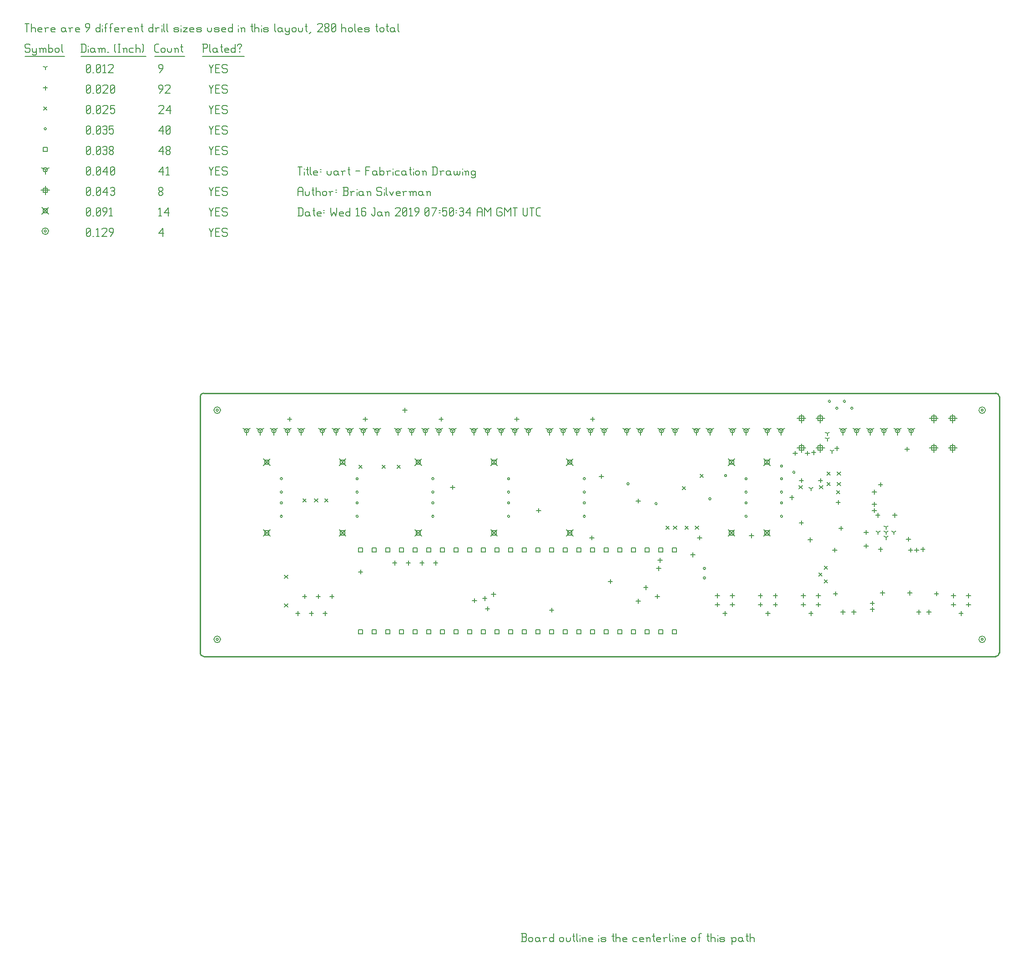
<source format=gbr>
G04 start of page 14 for group -3984 idx -3984 *
G04 Title: uart, fab *
G04 Creator: pcb 20140316 *
G04 CreationDate: Wed 16 Jan 2019 07:50:34 AM GMT UTC *
G04 For: brian *
G04 Format: Gerber/RS-274X *
G04 PCB-Dimensions (mil): 9000.00 5000.00 *
G04 PCB-Coordinate-Origin: lower left *
%MOIN*%
%FSLAX25Y25*%
%LNFAB*%
%ADD220C,0.0100*%
%ADD219C,0.0075*%
%ADD218C,0.0060*%
%ADD217R,0.0080X0.0080*%
G54D217*X700700Y380000D02*G75*G03X702300Y380000I800J0D01*G01*
G75*G03X700700Y380000I-800J0D01*G01*
X699100D02*G75*G03X703900Y380000I2400J0D01*G01*
G75*G03X699100Y380000I-2400J0D01*G01*
X140200D02*G75*G03X141800Y380000I800J0D01*G01*
G75*G03X140200Y380000I-800J0D01*G01*
X138600D02*G75*G03X143400Y380000I2400J0D01*G01*
G75*G03X138600Y380000I-2400J0D01*G01*
X700700Y212000D02*G75*G03X702300Y212000I800J0D01*G01*
G75*G03X700700Y212000I-800J0D01*G01*
X699100D02*G75*G03X703900Y212000I2400J0D01*G01*
G75*G03X699100Y212000I-2400J0D01*G01*
X140200D02*G75*G03X141800Y212000I800J0D01*G01*
G75*G03X140200Y212000I-800J0D01*G01*
X138600D02*G75*G03X143400Y212000I2400J0D01*G01*
G75*G03X138600Y212000I-2400J0D01*G01*
X14200Y511250D02*G75*G03X15800Y511250I800J0D01*G01*
G75*G03X14200Y511250I-800J0D01*G01*
X12600D02*G75*G03X17400Y511250I2400J0D01*G01*
G75*G03X12600Y511250I-2400J0D01*G01*
G54D218*X135000Y513500D02*X136500Y510500D01*
X138000Y513500D01*
X136500Y510500D02*Y507500D01*
X139800Y510800D02*X142050D01*
X139800Y507500D02*X142800D01*
X139800Y513500D02*Y507500D01*
Y513500D02*X142800D01*
X147600D02*X148350Y512750D01*
X145350Y513500D02*X147600D01*
X144600Y512750D02*X145350Y513500D01*
X144600Y512750D02*Y511250D01*
X145350Y510500D01*
X147600D01*
X148350Y509750D01*
Y508250D01*
X147600Y507500D02*X148350Y508250D01*
X145350Y507500D02*X147600D01*
X144600Y508250D02*X145350Y507500D01*
X98000Y509750D02*X101000Y513500D01*
X98000Y509750D02*X101750D01*
X101000Y513500D02*Y507500D01*
X45000Y508250D02*X45750Y507500D01*
X45000Y512750D02*Y508250D01*
Y512750D02*X45750Y513500D01*
X47250D01*
X48000Y512750D01*
Y508250D01*
X47250Y507500D02*X48000Y508250D01*
X45750Y507500D02*X47250D01*
X45000Y509000D02*X48000Y512000D01*
X49800Y507500D02*X50550D01*
X52350Y512300D02*X53550Y513500D01*
Y507500D01*
X52350D02*X54600D01*
X56400Y512750D02*X57150Y513500D01*
X59400D01*
X60150Y512750D01*
Y511250D01*
X56400Y507500D02*X60150Y511250D01*
X56400Y507500D02*X60150D01*
X62700D02*X64950Y510500D01*
Y512750D02*Y510500D01*
X64200Y513500D02*X64950Y512750D01*
X62700Y513500D02*X64200D01*
X61950Y512750D02*X62700Y513500D01*
X61950Y512750D02*Y511250D01*
X62700Y510500D01*
X64950D01*
X541431Y344266D02*X546231Y339466D01*
X541431D02*X546231Y344266D01*
X542231Y343466D02*X545431D01*
X542231D02*Y340266D01*
X545431D01*
Y343466D02*Y340266D01*
X541431Y292534D02*X546231Y287734D01*
X541431D02*X546231Y292534D01*
X542231Y291734D02*X545431D01*
X542231D02*Y288534D01*
X545431D01*
Y291734D02*Y288534D01*
X515431Y344266D02*X520231Y339466D01*
X515431D02*X520231Y344266D01*
X516231Y343466D02*X519431D01*
X516231D02*Y340266D01*
X519431D01*
Y343466D02*Y340266D01*
X515431Y292534D02*X520231Y287734D01*
X515431D02*X520231Y292534D01*
X516231Y291734D02*X519431D01*
X516231D02*Y288534D01*
X519431D01*
Y291734D02*Y288534D01*
X396931Y344266D02*X401731Y339466D01*
X396931D02*X401731Y344266D01*
X397731Y343466D02*X400931D01*
X397731D02*Y340266D01*
X400931D01*
Y343466D02*Y340266D01*
X396931Y292534D02*X401731Y287734D01*
X396931D02*X401731Y292534D01*
X397731Y291734D02*X400931D01*
X397731D02*Y288534D01*
X400931D01*
Y291734D02*Y288534D01*
X341431Y344266D02*X346231Y339466D01*
X341431D02*X346231Y344266D01*
X342231Y343466D02*X345431D01*
X342231D02*Y340266D01*
X345431D01*
Y343466D02*Y340266D01*
X341431Y292534D02*X346231Y287734D01*
X341431D02*X346231Y292534D01*
X342231Y291734D02*X345431D01*
X342231D02*Y288534D01*
X345431D01*
Y291734D02*Y288534D01*
X285931Y344266D02*X290731Y339466D01*
X285931D02*X290731Y344266D01*
X286731Y343466D02*X289931D01*
X286731D02*Y340266D01*
X289931D01*
Y343466D02*Y340266D01*
X285931Y292534D02*X290731Y287734D01*
X285931D02*X290731Y292534D01*
X286731Y291734D02*X289931D01*
X286731D02*Y288534D01*
X289931D01*
Y291734D02*Y288534D01*
X230431Y344266D02*X235231Y339466D01*
X230431D02*X235231Y344266D01*
X231231Y343466D02*X234431D01*
X231231D02*Y340266D01*
X234431D01*
Y343466D02*Y340266D01*
X230431Y292534D02*X235231Y287734D01*
X230431D02*X235231Y292534D01*
X231231Y291734D02*X234431D01*
X231231D02*Y288534D01*
X234431D01*
Y291734D02*Y288534D01*
X174931Y344266D02*X179731Y339466D01*
X174931D02*X179731Y344266D01*
X175731Y343466D02*X178931D01*
X175731D02*Y340266D01*
X178931D01*
Y343466D02*Y340266D01*
X174931Y292534D02*X179731Y287734D01*
X174931D02*X179731Y292534D01*
X175731Y291734D02*X178931D01*
X175731D02*Y288534D01*
X178931D01*
Y291734D02*Y288534D01*
X12600Y528650D02*X17400Y523850D01*
X12600D02*X17400Y528650D01*
X13400Y527850D02*X16600D01*
X13400D02*Y524650D01*
X16600D01*
Y527850D02*Y524650D01*
X135000Y528500D02*X136500Y525500D01*
X138000Y528500D01*
X136500Y525500D02*Y522500D01*
X139800Y525800D02*X142050D01*
X139800Y522500D02*X142800D01*
X139800Y528500D02*Y522500D01*
Y528500D02*X142800D01*
X147600D02*X148350Y527750D01*
X145350Y528500D02*X147600D01*
X144600Y527750D02*X145350Y528500D01*
X144600Y527750D02*Y526250D01*
X145350Y525500D01*
X147600D01*
X148350Y524750D01*
Y523250D01*
X147600Y522500D02*X148350Y523250D01*
X145350Y522500D02*X147600D01*
X144600Y523250D02*X145350Y522500D01*
X98000Y527300D02*X99200Y528500D01*
Y522500D01*
X98000D02*X100250D01*
X102050Y524750D02*X105050Y528500D01*
X102050Y524750D02*X105800D01*
X105050Y528500D02*Y522500D01*
X45000Y523250D02*X45750Y522500D01*
X45000Y527750D02*Y523250D01*
Y527750D02*X45750Y528500D01*
X47250D01*
X48000Y527750D01*
Y523250D01*
X47250Y522500D02*X48000Y523250D01*
X45750Y522500D02*X47250D01*
X45000Y524000D02*X48000Y527000D01*
X49800Y522500D02*X50550D01*
X52350Y523250D02*X53100Y522500D01*
X52350Y527750D02*Y523250D01*
Y527750D02*X53100Y528500D01*
X54600D01*
X55350Y527750D01*
Y523250D01*
X54600Y522500D02*X55350Y523250D01*
X53100Y522500D02*X54600D01*
X52350Y524000D02*X55350Y527000D01*
X57900Y522500D02*X60150Y525500D01*
Y527750D02*Y525500D01*
X59400Y528500D02*X60150Y527750D01*
X57900Y528500D02*X59400D01*
X57150Y527750D02*X57900Y528500D01*
X57150Y527750D02*Y526250D01*
X57900Y525500D01*
X60150D01*
X61950Y527300D02*X63150Y528500D01*
Y522500D01*
X61950D02*X64200D01*
X666110Y377200D02*Y370800D01*
X662910Y374000D02*X669310D01*
X664510Y375600D02*X667710D01*
X664510D02*Y372400D01*
X667710D01*
Y375600D02*Y372400D01*
X679890Y377200D02*Y370800D01*
X676690Y374000D02*X683090D01*
X678290Y375600D02*X681490D01*
X678290D02*Y372400D01*
X681490D01*
Y375600D02*Y372400D01*
X666110Y355546D02*Y349146D01*
X662910Y352346D02*X669310D01*
X664510Y353946D02*X667710D01*
X664510D02*Y350746D01*
X667710D01*
Y353946D02*Y350746D01*
X679890Y355546D02*Y349146D01*
X676690Y352346D02*X683090D01*
X678290Y353946D02*X681490D01*
X678290D02*Y350746D01*
X681490D01*
Y353946D02*Y350746D01*
X569110Y377200D02*Y370800D01*
X565910Y374000D02*X572310D01*
X567510Y375600D02*X570710D01*
X567510D02*Y372400D01*
X570710D01*
Y375600D02*Y372400D01*
X582890Y377200D02*Y370800D01*
X579690Y374000D02*X586090D01*
X581290Y375600D02*X584490D01*
X581290D02*Y372400D01*
X584490D01*
Y375600D02*Y372400D01*
X569110Y355546D02*Y349146D01*
X565910Y352346D02*X572310D01*
X567510Y353946D02*X570710D01*
X567510D02*Y350746D01*
X570710D01*
Y353946D02*Y350746D01*
X582890Y355546D02*Y349146D01*
X579690Y352346D02*X586090D01*
X581290Y353946D02*X584490D01*
X581290D02*Y350746D01*
X584490D01*
Y353946D02*Y350746D01*
X15000Y544450D02*Y538050D01*
X11800Y541250D02*X18200D01*
X13400Y542850D02*X16600D01*
X13400D02*Y539650D01*
X16600D01*
Y542850D02*Y539650D01*
X135000Y543500D02*X136500Y540500D01*
X138000Y543500D01*
X136500Y540500D02*Y537500D01*
X139800Y540800D02*X142050D01*
X139800Y537500D02*X142800D01*
X139800Y543500D02*Y537500D01*
Y543500D02*X142800D01*
X147600D02*X148350Y542750D01*
X145350Y543500D02*X147600D01*
X144600Y542750D02*X145350Y543500D01*
X144600Y542750D02*Y541250D01*
X145350Y540500D01*
X147600D01*
X148350Y539750D01*
Y538250D01*
X147600Y537500D02*X148350Y538250D01*
X145350Y537500D02*X147600D01*
X144600Y538250D02*X145350Y537500D01*
X98000Y538250D02*X98750Y537500D01*
X98000Y539450D02*Y538250D01*
Y539450D02*X99050Y540500D01*
X99950D01*
X101000Y539450D01*
Y538250D01*
X100250Y537500D02*X101000Y538250D01*
X98750Y537500D02*X100250D01*
X98000Y541550D02*X99050Y540500D01*
X98000Y542750D02*Y541550D01*
Y542750D02*X98750Y543500D01*
X100250D01*
X101000Y542750D01*
Y541550D01*
X99950Y540500D02*X101000Y541550D01*
X45000Y538250D02*X45750Y537500D01*
X45000Y542750D02*Y538250D01*
Y542750D02*X45750Y543500D01*
X47250D01*
X48000Y542750D01*
Y538250D01*
X47250Y537500D02*X48000Y538250D01*
X45750Y537500D02*X47250D01*
X45000Y539000D02*X48000Y542000D01*
X49800Y537500D02*X50550D01*
X52350Y538250D02*X53100Y537500D01*
X52350Y542750D02*Y538250D01*
Y542750D02*X53100Y543500D01*
X54600D01*
X55350Y542750D01*
Y538250D01*
X54600Y537500D02*X55350Y538250D01*
X53100Y537500D02*X54600D01*
X52350Y539000D02*X55350Y542000D01*
X57150Y539750D02*X60150Y543500D01*
X57150Y539750D02*X60900D01*
X60150Y543500D02*Y537500D01*
X62700Y542750D02*X63450Y543500D01*
X64950D01*
X65700Y542750D01*
X64950Y537500D02*X65700Y538250D01*
X63450Y537500D02*X64950D01*
X62700Y538250D02*X63450Y537500D01*
Y540800D02*X64950D01*
X65700Y542750D02*Y541550D01*
Y540050D02*Y538250D01*
Y540050D02*X64950Y540800D01*
X65700Y541550D02*X64950Y540800D01*
X649500Y365000D02*Y361800D01*
Y365000D02*X652273Y366600D01*
X649500Y365000D02*X646727Y366600D01*
X647900Y365000D02*G75*G03X651100Y365000I1600J0D01*G01*
G75*G03X647900Y365000I-1600J0D01*G01*
X639500D02*Y361800D01*
Y365000D02*X642273Y366600D01*
X639500Y365000D02*X636727Y366600D01*
X637900Y365000D02*G75*G03X641100Y365000I1600J0D01*G01*
G75*G03X637900Y365000I-1600J0D01*G01*
X629500D02*Y361800D01*
Y365000D02*X632273Y366600D01*
X629500Y365000D02*X626727Y366600D01*
X627900Y365000D02*G75*G03X631100Y365000I1600J0D01*G01*
G75*G03X627900Y365000I-1600J0D01*G01*
X619500D02*Y361800D01*
Y365000D02*X622273Y366600D01*
X619500Y365000D02*X616727Y366600D01*
X617900Y365000D02*G75*G03X621100Y365000I1600J0D01*G01*
G75*G03X617900Y365000I-1600J0D01*G01*
X609500D02*Y361800D01*
Y365000D02*X612273Y366600D01*
X609500Y365000D02*X606727Y366600D01*
X607900Y365000D02*G75*G03X611100Y365000I1600J0D01*G01*
G75*G03X607900Y365000I-1600J0D01*G01*
X599500D02*Y361800D01*
Y365000D02*X602273Y366600D01*
X599500Y365000D02*X596727Y366600D01*
X597900Y365000D02*G75*G03X601100Y365000I1600J0D01*G01*
G75*G03X597900Y365000I-1600J0D01*G01*
X528500D02*Y361800D01*
Y365000D02*X531273Y366600D01*
X528500Y365000D02*X525727Y366600D01*
X526900Y365000D02*G75*G03X530100Y365000I1600J0D01*G01*
G75*G03X526900Y365000I-1600J0D01*G01*
X518500D02*Y361800D01*
Y365000D02*X521273Y366600D01*
X518500Y365000D02*X515727Y366600D01*
X516900Y365000D02*G75*G03X520100Y365000I1600J0D01*G01*
G75*G03X516900Y365000I-1600J0D01*G01*
X554000D02*Y361800D01*
Y365000D02*X556773Y366600D01*
X554000Y365000D02*X551227Y366600D01*
X552400Y365000D02*G75*G03X555600Y365000I1600J0D01*G01*
G75*G03X552400Y365000I-1600J0D01*G01*
X544000D02*Y361800D01*
Y365000D02*X546773Y366600D01*
X544000Y365000D02*X541227Y366600D01*
X542400Y365000D02*G75*G03X545600Y365000I1600J0D01*G01*
G75*G03X542400Y365000I-1600J0D01*G01*
X451000D02*Y361800D01*
Y365000D02*X453773Y366600D01*
X451000Y365000D02*X448227Y366600D01*
X449400Y365000D02*G75*G03X452600Y365000I1600J0D01*G01*
G75*G03X449400Y365000I-1600J0D01*G01*
X441000D02*Y361800D01*
Y365000D02*X443773Y366600D01*
X441000Y365000D02*X438227Y366600D01*
X439400Y365000D02*G75*G03X442600Y365000I1600J0D01*G01*
G75*G03X439400Y365000I-1600J0D01*G01*
X476500D02*Y361800D01*
Y365000D02*X479273Y366600D01*
X476500Y365000D02*X473727Y366600D01*
X474900Y365000D02*G75*G03X478100Y365000I1600J0D01*G01*
G75*G03X474900Y365000I-1600J0D01*G01*
X466500D02*Y361800D01*
Y365000D02*X469273Y366600D01*
X466500Y365000D02*X463727Y366600D01*
X464900Y365000D02*G75*G03X468100Y365000I1600J0D01*G01*
G75*G03X464900Y365000I-1600J0D01*G01*
X502000D02*Y361800D01*
Y365000D02*X504773Y366600D01*
X502000Y365000D02*X499227Y366600D01*
X500400Y365000D02*G75*G03X503600Y365000I1600J0D01*G01*
G75*G03X500400Y365000I-1600J0D01*G01*
X492000D02*Y361800D01*
Y365000D02*X494773Y366600D01*
X492000Y365000D02*X489227Y366600D01*
X490400Y365000D02*G75*G03X493600Y365000I1600J0D01*G01*
G75*G03X490400Y365000I-1600J0D01*G01*
X424500D02*Y361800D01*
Y365000D02*X427273Y366600D01*
X424500Y365000D02*X421727Y366600D01*
X422900Y365000D02*G75*G03X426100Y365000I1600J0D01*G01*
G75*G03X422900Y365000I-1600J0D01*G01*
X414500D02*Y361800D01*
Y365000D02*X417273Y366600D01*
X414500Y365000D02*X411727Y366600D01*
X412900Y365000D02*G75*G03X416100Y365000I1600J0D01*G01*
G75*G03X412900Y365000I-1600J0D01*G01*
X404500D02*Y361800D01*
Y365000D02*X407273Y366600D01*
X404500Y365000D02*X401727Y366600D01*
X402900Y365000D02*G75*G03X406100Y365000I1600J0D01*G01*
G75*G03X402900Y365000I-1600J0D01*G01*
X394500D02*Y361800D01*
Y365000D02*X397273Y366600D01*
X394500Y365000D02*X391727Y366600D01*
X392900Y365000D02*G75*G03X396100Y365000I1600J0D01*G01*
G75*G03X392900Y365000I-1600J0D01*G01*
X384500D02*Y361800D01*
Y365000D02*X387273Y366600D01*
X384500Y365000D02*X381727Y366600D01*
X382900Y365000D02*G75*G03X386100Y365000I1600J0D01*G01*
G75*G03X382900Y365000I-1600J0D01*G01*
X369000D02*Y361800D01*
Y365000D02*X371773Y366600D01*
X369000Y365000D02*X366227Y366600D01*
X367400Y365000D02*G75*G03X370600Y365000I1600J0D01*G01*
G75*G03X367400Y365000I-1600J0D01*G01*
X359000D02*Y361800D01*
Y365000D02*X361773Y366600D01*
X359000Y365000D02*X356227Y366600D01*
X357400Y365000D02*G75*G03X360600Y365000I1600J0D01*G01*
G75*G03X357400Y365000I-1600J0D01*G01*
X349000D02*Y361800D01*
Y365000D02*X351773Y366600D01*
X349000Y365000D02*X346227Y366600D01*
X347400Y365000D02*G75*G03X350600Y365000I1600J0D01*G01*
G75*G03X347400Y365000I-1600J0D01*G01*
X339000D02*Y361800D01*
Y365000D02*X341773Y366600D01*
X339000Y365000D02*X336227Y366600D01*
X337400Y365000D02*G75*G03X340600Y365000I1600J0D01*G01*
G75*G03X337400Y365000I-1600J0D01*G01*
X329000D02*Y361800D01*
Y365000D02*X331773Y366600D01*
X329000Y365000D02*X326227Y366600D01*
X327400Y365000D02*G75*G03X330600Y365000I1600J0D01*G01*
G75*G03X327400Y365000I-1600J0D01*G01*
X313500D02*Y361800D01*
Y365000D02*X316273Y366600D01*
X313500Y365000D02*X310727Y366600D01*
X311900Y365000D02*G75*G03X315100Y365000I1600J0D01*G01*
G75*G03X311900Y365000I-1600J0D01*G01*
X303500D02*Y361800D01*
Y365000D02*X306273Y366600D01*
X303500Y365000D02*X300727Y366600D01*
X301900Y365000D02*G75*G03X305100Y365000I1600J0D01*G01*
G75*G03X301900Y365000I-1600J0D01*G01*
X293500D02*Y361800D01*
Y365000D02*X296273Y366600D01*
X293500Y365000D02*X290727Y366600D01*
X291900Y365000D02*G75*G03X295100Y365000I1600J0D01*G01*
G75*G03X291900Y365000I-1600J0D01*G01*
X283500D02*Y361800D01*
Y365000D02*X286273Y366600D01*
X283500Y365000D02*X280727Y366600D01*
X281900Y365000D02*G75*G03X285100Y365000I1600J0D01*G01*
G75*G03X281900Y365000I-1600J0D01*G01*
X273500D02*Y361800D01*
Y365000D02*X276273Y366600D01*
X273500Y365000D02*X270727Y366600D01*
X271900Y365000D02*G75*G03X275100Y365000I1600J0D01*G01*
G75*G03X271900Y365000I-1600J0D01*G01*
X258000D02*Y361800D01*
Y365000D02*X260773Y366600D01*
X258000Y365000D02*X255227Y366600D01*
X256400Y365000D02*G75*G03X259600Y365000I1600J0D01*G01*
G75*G03X256400Y365000I-1600J0D01*G01*
X248000D02*Y361800D01*
Y365000D02*X250773Y366600D01*
X248000Y365000D02*X245227Y366600D01*
X246400Y365000D02*G75*G03X249600Y365000I1600J0D01*G01*
G75*G03X246400Y365000I-1600J0D01*G01*
X238000D02*Y361800D01*
Y365000D02*X240773Y366600D01*
X238000Y365000D02*X235227Y366600D01*
X236400Y365000D02*G75*G03X239600Y365000I1600J0D01*G01*
G75*G03X236400Y365000I-1600J0D01*G01*
X228000D02*Y361800D01*
Y365000D02*X230773Y366600D01*
X228000Y365000D02*X225227Y366600D01*
X226400Y365000D02*G75*G03X229600Y365000I1600J0D01*G01*
G75*G03X226400Y365000I-1600J0D01*G01*
X218000D02*Y361800D01*
Y365000D02*X220773Y366600D01*
X218000Y365000D02*X215227Y366600D01*
X216400Y365000D02*G75*G03X219600Y365000I1600J0D01*G01*
G75*G03X216400Y365000I-1600J0D01*G01*
X202500D02*Y361800D01*
Y365000D02*X205273Y366600D01*
X202500Y365000D02*X199727Y366600D01*
X200900Y365000D02*G75*G03X204100Y365000I1600J0D01*G01*
G75*G03X200900Y365000I-1600J0D01*G01*
X192500D02*Y361800D01*
Y365000D02*X195273Y366600D01*
X192500Y365000D02*X189727Y366600D01*
X190900Y365000D02*G75*G03X194100Y365000I1600J0D01*G01*
G75*G03X190900Y365000I-1600J0D01*G01*
X182500D02*Y361800D01*
Y365000D02*X185273Y366600D01*
X182500Y365000D02*X179727Y366600D01*
X180900Y365000D02*G75*G03X184100Y365000I1600J0D01*G01*
G75*G03X180900Y365000I-1600J0D01*G01*
X172500D02*Y361800D01*
Y365000D02*X175273Y366600D01*
X172500Y365000D02*X169727Y366600D01*
X170900Y365000D02*G75*G03X174100Y365000I1600J0D01*G01*
G75*G03X170900Y365000I-1600J0D01*G01*
X162500D02*Y361800D01*
Y365000D02*X165273Y366600D01*
X162500Y365000D02*X159727Y366600D01*
X160900Y365000D02*G75*G03X164100Y365000I1600J0D01*G01*
G75*G03X160900Y365000I-1600J0D01*G01*
X15000Y556250D02*Y553050D01*
Y556250D02*X17773Y557850D01*
X15000Y556250D02*X12227Y557850D01*
X13400Y556250D02*G75*G03X16600Y556250I1600J0D01*G01*
G75*G03X13400Y556250I-1600J0D01*G01*
X135000Y558500D02*X136500Y555500D01*
X138000Y558500D01*
X136500Y555500D02*Y552500D01*
X139800Y555800D02*X142050D01*
X139800Y552500D02*X142800D01*
X139800Y558500D02*Y552500D01*
Y558500D02*X142800D01*
X147600D02*X148350Y557750D01*
X145350Y558500D02*X147600D01*
X144600Y557750D02*X145350Y558500D01*
X144600Y557750D02*Y556250D01*
X145350Y555500D01*
X147600D01*
X148350Y554750D01*
Y553250D01*
X147600Y552500D02*X148350Y553250D01*
X145350Y552500D02*X147600D01*
X144600Y553250D02*X145350Y552500D01*
X98000Y554750D02*X101000Y558500D01*
X98000Y554750D02*X101750D01*
X101000Y558500D02*Y552500D01*
X103550Y557300D02*X104750Y558500D01*
Y552500D01*
X103550D02*X105800D01*
X45000Y553250D02*X45750Y552500D01*
X45000Y557750D02*Y553250D01*
Y557750D02*X45750Y558500D01*
X47250D01*
X48000Y557750D01*
Y553250D01*
X47250Y552500D02*X48000Y553250D01*
X45750Y552500D02*X47250D01*
X45000Y554000D02*X48000Y557000D01*
X49800Y552500D02*X50550D01*
X52350Y553250D02*X53100Y552500D01*
X52350Y557750D02*Y553250D01*
Y557750D02*X53100Y558500D01*
X54600D01*
X55350Y557750D01*
Y553250D01*
X54600Y552500D02*X55350Y553250D01*
X53100Y552500D02*X54600D01*
X52350Y554000D02*X55350Y557000D01*
X57150Y554750D02*X60150Y558500D01*
X57150Y554750D02*X60900D01*
X60150Y558500D02*Y552500D01*
X62700Y553250D02*X63450Y552500D01*
X62700Y557750D02*Y553250D01*
Y557750D02*X63450Y558500D01*
X64950D01*
X65700Y557750D01*
Y553250D01*
X64950Y552500D02*X65700Y553250D01*
X63450Y552500D02*X64950D01*
X62700Y554000D02*X65700Y557000D01*
X244400Y219100D02*X247600D01*
X244400D02*Y215900D01*
X247600D01*
Y219100D02*Y215900D01*
X254400Y219100D02*X257600D01*
X254400D02*Y215900D01*
X257600D01*
Y219100D02*Y215900D01*
X264400Y219100D02*X267600D01*
X264400D02*Y215900D01*
X267600D01*
Y219100D02*Y215900D01*
X274400Y219100D02*X277600D01*
X274400D02*Y215900D01*
X277600D01*
Y219100D02*Y215900D01*
X284400Y219100D02*X287600D01*
X284400D02*Y215900D01*
X287600D01*
Y219100D02*Y215900D01*
X294400Y219100D02*X297600D01*
X294400D02*Y215900D01*
X297600D01*
Y219100D02*Y215900D01*
X304400Y219100D02*X307600D01*
X304400D02*Y215900D01*
X307600D01*
Y219100D02*Y215900D01*
X314400Y219100D02*X317600D01*
X314400D02*Y215900D01*
X317600D01*
Y219100D02*Y215900D01*
X324400Y219100D02*X327600D01*
X324400D02*Y215900D01*
X327600D01*
Y219100D02*Y215900D01*
X334400Y219100D02*X337600D01*
X334400D02*Y215900D01*
X337600D01*
Y219100D02*Y215900D01*
X344400Y219100D02*X347600D01*
X344400D02*Y215900D01*
X347600D01*
Y219100D02*Y215900D01*
X354400Y219100D02*X357600D01*
X354400D02*Y215900D01*
X357600D01*
Y219100D02*Y215900D01*
X364400Y219100D02*X367600D01*
X364400D02*Y215900D01*
X367600D01*
Y219100D02*Y215900D01*
X374400Y219100D02*X377600D01*
X374400D02*Y215900D01*
X377600D01*
Y219100D02*Y215900D01*
X384400Y219100D02*X387600D01*
X384400D02*Y215900D01*
X387600D01*
Y219100D02*Y215900D01*
X394400Y219100D02*X397600D01*
X394400D02*Y215900D01*
X397600D01*
Y219100D02*Y215900D01*
X404400Y219100D02*X407600D01*
X404400D02*Y215900D01*
X407600D01*
Y219100D02*Y215900D01*
X414400Y219100D02*X417600D01*
X414400D02*Y215900D01*
X417600D01*
Y219100D02*Y215900D01*
X424400Y219100D02*X427600D01*
X424400D02*Y215900D01*
X427600D01*
Y219100D02*Y215900D01*
X434400Y219100D02*X437600D01*
X434400D02*Y215900D01*
X437600D01*
Y219100D02*Y215900D01*
X444400Y219100D02*X447600D01*
X444400D02*Y215900D01*
X447600D01*
Y219100D02*Y215900D01*
X454400Y219100D02*X457600D01*
X454400D02*Y215900D01*
X457600D01*
Y219100D02*Y215900D01*
X464400Y219100D02*X467600D01*
X464400D02*Y215900D01*
X467600D01*
Y219100D02*Y215900D01*
X474400Y219100D02*X477600D01*
X474400D02*Y215900D01*
X477600D01*
Y219100D02*Y215900D01*
X474400Y279100D02*X477600D01*
X474400D02*Y275900D01*
X477600D01*
Y279100D02*Y275900D01*
X464400Y279100D02*X467600D01*
X464400D02*Y275900D01*
X467600D01*
Y279100D02*Y275900D01*
X454400Y279100D02*X457600D01*
X454400D02*Y275900D01*
X457600D01*
Y279100D02*Y275900D01*
X444400Y279100D02*X447600D01*
X444400D02*Y275900D01*
X447600D01*
Y279100D02*Y275900D01*
X434400Y279100D02*X437600D01*
X434400D02*Y275900D01*
X437600D01*
Y279100D02*Y275900D01*
X424400Y279100D02*X427600D01*
X424400D02*Y275900D01*
X427600D01*
Y279100D02*Y275900D01*
X414400Y279100D02*X417600D01*
X414400D02*Y275900D01*
X417600D01*
Y279100D02*Y275900D01*
X404400Y279100D02*X407600D01*
X404400D02*Y275900D01*
X407600D01*
Y279100D02*Y275900D01*
X394400Y279100D02*X397600D01*
X394400D02*Y275900D01*
X397600D01*
Y279100D02*Y275900D01*
X384400Y279100D02*X387600D01*
X384400D02*Y275900D01*
X387600D01*
Y279100D02*Y275900D01*
X374400Y279100D02*X377600D01*
X374400D02*Y275900D01*
X377600D01*
Y279100D02*Y275900D01*
X364400Y279100D02*X367600D01*
X364400D02*Y275900D01*
X367600D01*
Y279100D02*Y275900D01*
X354400Y279100D02*X357600D01*
X354400D02*Y275900D01*
X357600D01*
Y279100D02*Y275900D01*
X344400Y279100D02*X347600D01*
X344400D02*Y275900D01*
X347600D01*
Y279100D02*Y275900D01*
X334400Y279100D02*X337600D01*
X334400D02*Y275900D01*
X337600D01*
Y279100D02*Y275900D01*
X324400Y279100D02*X327600D01*
X324400D02*Y275900D01*
X327600D01*
Y279100D02*Y275900D01*
X314400Y279100D02*X317600D01*
X314400D02*Y275900D01*
X317600D01*
Y279100D02*Y275900D01*
X304400Y279100D02*X307600D01*
X304400D02*Y275900D01*
X307600D01*
Y279100D02*Y275900D01*
X294400Y279100D02*X297600D01*
X294400D02*Y275900D01*
X297600D01*
Y279100D02*Y275900D01*
X284400Y279100D02*X287600D01*
X284400D02*Y275900D01*
X287600D01*
Y279100D02*Y275900D01*
X274400Y279100D02*X277600D01*
X274400D02*Y275900D01*
X277600D01*
Y279100D02*Y275900D01*
X264400Y279100D02*X267600D01*
X264400D02*Y275900D01*
X267600D01*
Y279100D02*Y275900D01*
X254400Y279100D02*X257600D01*
X254400D02*Y275900D01*
X257600D01*
Y279100D02*Y275900D01*
X244400Y279100D02*X247600D01*
X244400D02*Y275900D01*
X247600D01*
Y279100D02*Y275900D01*
X13400Y572850D02*X16600D01*
X13400D02*Y569650D01*
X16600D01*
Y572850D02*Y569650D01*
X135000Y573500D02*X136500Y570500D01*
X138000Y573500D01*
X136500Y570500D02*Y567500D01*
X139800Y570800D02*X142050D01*
X139800Y567500D02*X142800D01*
X139800Y573500D02*Y567500D01*
Y573500D02*X142800D01*
X147600D02*X148350Y572750D01*
X145350Y573500D02*X147600D01*
X144600Y572750D02*X145350Y573500D01*
X144600Y572750D02*Y571250D01*
X145350Y570500D01*
X147600D01*
X148350Y569750D01*
Y568250D01*
X147600Y567500D02*X148350Y568250D01*
X145350Y567500D02*X147600D01*
X144600Y568250D02*X145350Y567500D01*
X98000Y569750D02*X101000Y573500D01*
X98000Y569750D02*X101750D01*
X101000Y573500D02*Y567500D01*
X103550Y568250D02*X104300Y567500D01*
X103550Y569450D02*Y568250D01*
Y569450D02*X104600Y570500D01*
X105500D01*
X106550Y569450D01*
Y568250D01*
X105800Y567500D02*X106550Y568250D01*
X104300Y567500D02*X105800D01*
X103550Y571550D02*X104600Y570500D01*
X103550Y572750D02*Y571550D01*
Y572750D02*X104300Y573500D01*
X105800D01*
X106550Y572750D01*
Y571550D01*
X105500Y570500D02*X106550Y571550D01*
X45000Y568250D02*X45750Y567500D01*
X45000Y572750D02*Y568250D01*
Y572750D02*X45750Y573500D01*
X47250D01*
X48000Y572750D01*
Y568250D01*
X47250Y567500D02*X48000Y568250D01*
X45750Y567500D02*X47250D01*
X45000Y569000D02*X48000Y572000D01*
X49800Y567500D02*X50550D01*
X52350Y568250D02*X53100Y567500D01*
X52350Y572750D02*Y568250D01*
Y572750D02*X53100Y573500D01*
X54600D01*
X55350Y572750D01*
Y568250D01*
X54600Y567500D02*X55350Y568250D01*
X53100Y567500D02*X54600D01*
X52350Y569000D02*X55350Y572000D01*
X57150Y572750D02*X57900Y573500D01*
X59400D01*
X60150Y572750D01*
X59400Y567500D02*X60150Y568250D01*
X57900Y567500D02*X59400D01*
X57150Y568250D02*X57900Y567500D01*
Y570800D02*X59400D01*
X60150Y572750D02*Y571550D01*
Y570050D02*Y568250D01*
Y570050D02*X59400Y570800D01*
X60150Y571550D02*X59400Y570800D01*
X61950Y568250D02*X62700Y567500D01*
X61950Y569450D02*Y568250D01*
Y569450D02*X63000Y570500D01*
X63900D01*
X64950Y569450D01*
Y568250D01*
X64200Y567500D02*X64950Y568250D01*
X62700Y567500D02*X64200D01*
X61950Y571550D02*X63000Y570500D01*
X61950Y572750D02*Y571550D01*
Y572750D02*X62700Y573500D01*
X64200D01*
X64950Y572750D01*
Y571550D01*
X63900Y570500D02*X64950Y571550D01*
X461700Y311500D02*G75*G03X463300Y311500I800J0D01*G01*
G75*G03X461700Y311500I-800J0D01*G01*
X441200Y326000D02*G75*G03X442800Y326000I800J0D01*G01*
G75*G03X441200Y326000I-800J0D01*G01*
X512700Y332000D02*G75*G03X514300Y332000I800J0D01*G01*
G75*G03X512700Y332000I-800J0D01*G01*
X605200Y381500D02*G75*G03X606800Y381500I800J0D01*G01*
G75*G03X605200Y381500I-800J0D01*G01*
X599700Y386500D02*G75*G03X601300Y386500I800J0D01*G01*
G75*G03X599700Y386500I-800J0D01*G01*
X594200Y381500D02*G75*G03X595800Y381500I800J0D01*G01*
G75*G03X594200Y381500I-800J0D01*G01*
X588700Y386500D02*G75*G03X590300Y386500I800J0D01*G01*
G75*G03X588700Y386500I-800J0D01*G01*
X562700Y334500D02*G75*G03X564300Y334500I800J0D01*G01*
G75*G03X562700Y334500I-800J0D01*G01*
X553700Y339000D02*G75*G03X555300Y339000I800J0D01*G01*
G75*G03X553700Y339000I-800J0D01*G01*
X497200Y264000D02*G75*G03X498800Y264000I800J0D01*G01*
G75*G03X497200Y264000I-800J0D01*G01*
Y257000D02*G75*G03X498800Y257000I800J0D01*G01*
G75*G03X497200Y257000I-800J0D01*G01*
X501200Y315000D02*G75*G03X502800Y315000I800J0D01*G01*
G75*G03X501200Y315000I-800J0D01*G01*
X553700Y329780D02*G75*G03X555300Y329780I800J0D01*G01*
G75*G03X553700Y329780I-800J0D01*G01*
Y319937D02*G75*G03X555300Y319937I800J0D01*G01*
G75*G03X553700Y319937I-800J0D01*G01*
Y312063D02*G75*G03X555300Y312063I800J0D01*G01*
G75*G03X553700Y312063I-800J0D01*G01*
Y302220D02*G75*G03X555300Y302220I800J0D01*G01*
G75*G03X553700Y302220I-800J0D01*G01*
X527700Y329780D02*G75*G03X529300Y329780I800J0D01*G01*
G75*G03X527700Y329780I-800J0D01*G01*
Y319937D02*G75*G03X529300Y319937I800J0D01*G01*
G75*G03X527700Y319937I-800J0D01*G01*
Y312063D02*G75*G03X529300Y312063I800J0D01*G01*
G75*G03X527700Y312063I-800J0D01*G01*
Y302220D02*G75*G03X529300Y302220I800J0D01*G01*
G75*G03X527700Y302220I-800J0D01*G01*
X409200Y329780D02*G75*G03X410800Y329780I800J0D01*G01*
G75*G03X409200Y329780I-800J0D01*G01*
Y319937D02*G75*G03X410800Y319937I800J0D01*G01*
G75*G03X409200Y319937I-800J0D01*G01*
Y312063D02*G75*G03X410800Y312063I800J0D01*G01*
G75*G03X409200Y312063I-800J0D01*G01*
Y302220D02*G75*G03X410800Y302220I800J0D01*G01*
G75*G03X409200Y302220I-800J0D01*G01*
X353700Y329780D02*G75*G03X355300Y329780I800J0D01*G01*
G75*G03X353700Y329780I-800J0D01*G01*
Y319937D02*G75*G03X355300Y319937I800J0D01*G01*
G75*G03X353700Y319937I-800J0D01*G01*
Y312063D02*G75*G03X355300Y312063I800J0D01*G01*
G75*G03X353700Y312063I-800J0D01*G01*
Y302220D02*G75*G03X355300Y302220I800J0D01*G01*
G75*G03X353700Y302220I-800J0D01*G01*
X298200Y329780D02*G75*G03X299800Y329780I800J0D01*G01*
G75*G03X298200Y329780I-800J0D01*G01*
Y319937D02*G75*G03X299800Y319937I800J0D01*G01*
G75*G03X298200Y319937I-800J0D01*G01*
Y312063D02*G75*G03X299800Y312063I800J0D01*G01*
G75*G03X298200Y312063I-800J0D01*G01*
Y302220D02*G75*G03X299800Y302220I800J0D01*G01*
G75*G03X298200Y302220I-800J0D01*G01*
X242700Y329780D02*G75*G03X244300Y329780I800J0D01*G01*
G75*G03X242700Y329780I-800J0D01*G01*
Y319937D02*G75*G03X244300Y319937I800J0D01*G01*
G75*G03X242700Y319937I-800J0D01*G01*
Y312063D02*G75*G03X244300Y312063I800J0D01*G01*
G75*G03X242700Y312063I-800J0D01*G01*
Y302220D02*G75*G03X244300Y302220I800J0D01*G01*
G75*G03X242700Y302220I-800J0D01*G01*
X187200Y329780D02*G75*G03X188800Y329780I800J0D01*G01*
G75*G03X187200Y329780I-800J0D01*G01*
Y319937D02*G75*G03X188800Y319937I800J0D01*G01*
G75*G03X187200Y319937I-800J0D01*G01*
Y312063D02*G75*G03X188800Y312063I800J0D01*G01*
G75*G03X187200Y312063I-800J0D01*G01*
Y302220D02*G75*G03X188800Y302220I800J0D01*G01*
G75*G03X187200Y302220I-800J0D01*G01*
X14200Y586250D02*G75*G03X15800Y586250I800J0D01*G01*
G75*G03X14200Y586250I-800J0D01*G01*
X135000Y588500D02*X136500Y585500D01*
X138000Y588500D01*
X136500Y585500D02*Y582500D01*
X139800Y585800D02*X142050D01*
X139800Y582500D02*X142800D01*
X139800Y588500D02*Y582500D01*
Y588500D02*X142800D01*
X147600D02*X148350Y587750D01*
X145350Y588500D02*X147600D01*
X144600Y587750D02*X145350Y588500D01*
X144600Y587750D02*Y586250D01*
X145350Y585500D01*
X147600D01*
X148350Y584750D01*
Y583250D01*
X147600Y582500D02*X148350Y583250D01*
X145350Y582500D02*X147600D01*
X144600Y583250D02*X145350Y582500D01*
X98000Y584750D02*X101000Y588500D01*
X98000Y584750D02*X101750D01*
X101000Y588500D02*Y582500D01*
X103550Y583250D02*X104300Y582500D01*
X103550Y587750D02*Y583250D01*
Y587750D02*X104300Y588500D01*
X105800D01*
X106550Y587750D01*
Y583250D01*
X105800Y582500D02*X106550Y583250D01*
X104300Y582500D02*X105800D01*
X103550Y584000D02*X106550Y587000D01*
X45000Y583250D02*X45750Y582500D01*
X45000Y587750D02*Y583250D01*
Y587750D02*X45750Y588500D01*
X47250D01*
X48000Y587750D01*
Y583250D01*
X47250Y582500D02*X48000Y583250D01*
X45750Y582500D02*X47250D01*
X45000Y584000D02*X48000Y587000D01*
X49800Y582500D02*X50550D01*
X52350Y583250D02*X53100Y582500D01*
X52350Y587750D02*Y583250D01*
Y587750D02*X53100Y588500D01*
X54600D01*
X55350Y587750D01*
Y583250D01*
X54600Y582500D02*X55350Y583250D01*
X53100Y582500D02*X54600D01*
X52350Y584000D02*X55350Y587000D01*
X57150Y587750D02*X57900Y588500D01*
X59400D01*
X60150Y587750D01*
X59400Y582500D02*X60150Y583250D01*
X57900Y582500D02*X59400D01*
X57150Y583250D02*X57900Y582500D01*
Y585800D02*X59400D01*
X60150Y587750D02*Y586550D01*
Y585050D02*Y583250D01*
Y585050D02*X59400Y585800D01*
X60150Y586550D02*X59400Y585800D01*
X61950Y588500D02*X64950D01*
X61950D02*Y585500D01*
X62700Y586250D01*
X64200D01*
X64950Y585500D01*
Y583250D01*
X64200Y582500D02*X64950Y583250D01*
X62700Y582500D02*X64200D01*
X61950Y583250D02*X62700Y582500D01*
X491300Y295200D02*X493700Y292800D01*
X491300D02*X493700Y295200D01*
X483800D02*X486200Y292800D01*
X483800D02*X486200Y295200D01*
X475300D02*X477700Y292800D01*
X475300D02*X477700Y295200D01*
X469800D02*X472200Y292800D01*
X469800D02*X472200Y295200D01*
X481800Y324200D02*X484200Y321800D01*
X481800D02*X484200Y324200D01*
X494800Y333200D02*X497200Y330800D01*
X494800D02*X497200Y333200D01*
X585800Y265700D02*X588200Y263300D01*
X585800D02*X588200Y265700D01*
X585800Y255700D02*X588200Y253300D01*
X585800D02*X588200Y255700D01*
X581800Y260700D02*X584200Y258300D01*
X581800D02*X584200Y260700D01*
X582300Y324700D02*X584700Y322300D01*
X582300D02*X584700Y324700D01*
X567300D02*X569700Y322300D01*
X567300D02*X569700Y324700D01*
X595300Y334700D02*X597700Y332300D01*
X595300D02*X597700Y334700D01*
X587800D02*X590200Y332300D01*
X587800D02*X590200Y334700D01*
X587800Y327200D02*X590200Y324800D01*
X587800D02*X590200Y327200D01*
X595300D02*X597700Y324800D01*
X595300D02*X597700Y327200D01*
X594800Y321200D02*X597200Y318800D01*
X594800D02*X597200Y321200D01*
X190300Y259200D02*X192700Y256800D01*
X190300D02*X192700Y259200D01*
X190300Y238200D02*X192700Y235800D01*
X190300D02*X192700Y238200D01*
X244800Y339700D02*X247200Y337300D01*
X244800D02*X247200Y339700D01*
X272800D02*X275200Y337300D01*
X272800D02*X275200Y339700D01*
X261800D02*X264200Y337300D01*
X261800D02*X264200Y339700D01*
X203800Y315200D02*X206200Y312800D01*
X203800D02*X206200Y315200D01*
X212300D02*X214700Y312800D01*
X212300D02*X214700Y315200D01*
X219800D02*X222200Y312800D01*
X219800D02*X222200Y315200D01*
X13800Y602450D02*X16200Y600050D01*
X13800D02*X16200Y602450D01*
X135000Y603500D02*X136500Y600500D01*
X138000Y603500D01*
X136500Y600500D02*Y597500D01*
X139800Y600800D02*X142050D01*
X139800Y597500D02*X142800D01*
X139800Y603500D02*Y597500D01*
Y603500D02*X142800D01*
X147600D02*X148350Y602750D01*
X145350Y603500D02*X147600D01*
X144600Y602750D02*X145350Y603500D01*
X144600Y602750D02*Y601250D01*
X145350Y600500D01*
X147600D01*
X148350Y599750D01*
Y598250D01*
X147600Y597500D02*X148350Y598250D01*
X145350Y597500D02*X147600D01*
X144600Y598250D02*X145350Y597500D01*
X98000Y602750D02*X98750Y603500D01*
X101000D01*
X101750Y602750D01*
Y601250D01*
X98000Y597500D02*X101750Y601250D01*
X98000Y597500D02*X101750D01*
X103550Y599750D02*X106550Y603500D01*
X103550Y599750D02*X107300D01*
X106550Y603500D02*Y597500D01*
X45000Y598250D02*X45750Y597500D01*
X45000Y602750D02*Y598250D01*
Y602750D02*X45750Y603500D01*
X47250D01*
X48000Y602750D01*
Y598250D01*
X47250Y597500D02*X48000Y598250D01*
X45750Y597500D02*X47250D01*
X45000Y599000D02*X48000Y602000D01*
X49800Y597500D02*X50550D01*
X52350Y598250D02*X53100Y597500D01*
X52350Y602750D02*Y598250D01*
Y602750D02*X53100Y603500D01*
X54600D01*
X55350Y602750D01*
Y598250D01*
X54600Y597500D02*X55350Y598250D01*
X53100Y597500D02*X54600D01*
X52350Y599000D02*X55350Y602000D01*
X57150Y602750D02*X57900Y603500D01*
X60150D01*
X60900Y602750D01*
Y601250D01*
X57150Y597500D02*X60900Y601250D01*
X57150Y597500D02*X60900D01*
X62700Y603500D02*X65700D01*
X62700D02*Y600500D01*
X63450Y601250D01*
X64950D01*
X65700Y600500D01*
Y598250D01*
X64950Y597500D02*X65700Y598250D01*
X63450Y597500D02*X64950D01*
X62700Y598250D02*X63450Y597500D01*
X628500Y247600D02*Y244400D01*
X626900Y246000D02*X630100D01*
X653500Y279100D02*Y275900D01*
X651900Y277500D02*X655100D01*
X593500Y279100D02*Y275900D01*
X591900Y277500D02*X595100D01*
X648500Y247600D02*Y244400D01*
X646900Y246000D02*X650100D01*
X627000Y279600D02*Y276400D01*
X625400Y278000D02*X628600D01*
X658000Y279600D02*Y276400D01*
X656400Y278000D02*X659600D01*
X616500Y282100D02*Y278900D01*
X614900Y280500D02*X618100D01*
X616500Y292100D02*Y288900D01*
X614900Y290500D02*X618100D01*
X598000Y295100D02*Y291900D01*
X596400Y293500D02*X599600D01*
X649000Y279100D02*Y275900D01*
X647400Y277500D02*X650600D01*
X647500Y287100D02*Y283900D01*
X645900Y285500D02*X649100D01*
X621000Y235600D02*Y232400D01*
X619400Y234000D02*X622600D01*
X621000Y240100D02*Y236900D01*
X619400Y238500D02*X622600D01*
X637500Y304600D02*Y301400D01*
X635900Y303000D02*X639100D01*
X625000Y304600D02*Y301400D01*
X623400Y303000D02*X626600D01*
X622500Y308100D02*Y304900D01*
X620900Y306500D02*X624100D01*
X622500Y312600D02*Y309400D01*
X620900Y311000D02*X624100D01*
X622500Y321600D02*Y318400D01*
X620900Y320000D02*X624100D01*
X627000Y327100D02*Y323900D01*
X625400Y325500D02*X628600D01*
X594000Y247100D02*Y243900D01*
X592400Y245500D02*X595600D01*
X668000Y247100D02*Y243900D01*
X666400Y245500D02*X669600D01*
X449500Y315100D02*Y311900D01*
X447900Y313500D02*X451100D01*
X570500Y245600D02*Y242400D01*
X568900Y244000D02*X572100D01*
X581500Y239100D02*Y235900D01*
X579900Y237500D02*X583100D01*
X581500Y245600D02*Y242400D01*
X579900Y244000D02*X583100D01*
X576000Y232600D02*Y229400D01*
X574400Y231000D02*X577600D01*
X570500Y239100D02*Y235900D01*
X568900Y237500D02*X572100D01*
X539000Y245600D02*Y242400D01*
X537400Y244000D02*X540600D01*
X550000Y239100D02*Y235900D01*
X548400Y237500D02*X551600D01*
X550000Y245600D02*Y242400D01*
X548400Y244000D02*X551600D01*
X544500Y232600D02*Y229400D01*
X542900Y231000D02*X546100D01*
X539000Y239100D02*Y235900D01*
X537400Y237500D02*X540600D01*
X507500Y245600D02*Y242400D01*
X505900Y244000D02*X509100D01*
X518500Y239100D02*Y235900D01*
X516900Y237500D02*X520100D01*
X518500Y245600D02*Y242400D01*
X516900Y244000D02*X520100D01*
X513000Y232600D02*Y229400D01*
X511400Y231000D02*X514600D01*
X507500Y239100D02*Y235900D01*
X505900Y237500D02*X509100D01*
X680500Y245600D02*Y242400D01*
X678900Y244000D02*X682100D01*
X691500Y239100D02*Y235900D01*
X689900Y237500D02*X693100D01*
X691500Y245600D02*Y242400D01*
X689900Y244000D02*X693100D01*
X686000Y232600D02*Y229400D01*
X684400Y231000D02*X687600D01*
X680500Y239100D02*Y235900D01*
X678900Y237500D02*X682100D01*
X662500Y233600D02*Y230400D01*
X660900Y232000D02*X664100D01*
X655000Y233600D02*Y230400D01*
X653400Y232000D02*X656600D01*
X599500Y233600D02*Y230400D01*
X597900Y232000D02*X601100D01*
X607500Y233600D02*Y230400D01*
X605900Y232000D02*X609100D01*
X569000Y330100D02*Y326900D01*
X567400Y328500D02*X570600D01*
X583000Y330100D02*Y326900D01*
X581400Y328500D02*X584600D01*
X573500Y350100D02*Y346900D01*
X571900Y348500D02*X575100D01*
X578000Y350600D02*Y347400D01*
X576400Y349000D02*X579600D01*
X646500Y353100D02*Y349900D01*
X644900Y351500D02*X648100D01*
X595000Y353600D02*Y350400D01*
X593400Y352000D02*X596600D01*
X564500Y350100D02*Y346900D01*
X562900Y348500D02*X566100D01*
X596000Y314100D02*Y310900D01*
X594400Y312500D02*X597600D01*
X569000Y299100D02*Y295900D01*
X567400Y297500D02*X570600D01*
X575500Y286600D02*Y283400D01*
X573900Y285000D02*X577100D01*
X562000Y317600D02*Y314400D01*
X560400Y316000D02*X563600D01*
X416000Y375100D02*Y371900D01*
X414400Y373500D02*X417600D01*
X360500Y375100D02*Y371900D01*
X358900Y373500D02*X362100D01*
X305000Y375100D02*Y371900D01*
X303400Y373500D02*X306600D01*
X249500Y375100D02*Y371900D01*
X247900Y373500D02*X251100D01*
X194000Y375100D02*Y371900D01*
X192400Y373500D02*X195600D01*
X386000Y235100D02*Y231900D01*
X384400Y233500D02*X387600D01*
X246000Y263100D02*Y259900D01*
X244400Y261500D02*X247600D01*
X278500Y381600D02*Y378400D01*
X276900Y380000D02*X280100D01*
X225000Y245100D02*Y241900D01*
X223400Y243500D02*X226600D01*
X220000Y232600D02*Y229400D01*
X218400Y231000D02*X221600D01*
X215000Y245100D02*Y241900D01*
X213400Y243500D02*X216600D01*
X210000Y232600D02*Y229400D01*
X208400Y231000D02*X211600D01*
X205000Y245100D02*Y241900D01*
X203400Y243500D02*X206600D01*
X200000Y232600D02*Y229400D01*
X198400Y231000D02*X201600D01*
X494500Y288100D02*Y284900D01*
X492900Y286500D02*X496100D01*
X463500Y245100D02*Y241900D01*
X461900Y243500D02*X465100D01*
X449500Y241600D02*Y238400D01*
X447900Y240000D02*X451100D01*
X455000Y251600D02*Y248400D01*
X453400Y250000D02*X456600D01*
X489500Y275600D02*Y272400D01*
X487900Y274000D02*X491100D01*
X429000Y256100D02*Y252900D01*
X427400Y254500D02*X430600D01*
X464500Y265600D02*Y262400D01*
X462900Y264000D02*X466100D01*
X465500Y271600D02*Y268400D01*
X463900Y270000D02*X467100D01*
X422500Y333100D02*Y329900D01*
X420900Y331500D02*X424100D01*
X415500Y288100D02*Y284900D01*
X413900Y286500D02*X417100D01*
X532500Y289600D02*Y286400D01*
X530900Y288000D02*X534100D01*
X376500Y308100D02*Y304900D01*
X374900Y306500D02*X378100D01*
X313500Y325100D02*Y321900D01*
X311900Y323500D02*X315100D01*
X329500Y242100D02*Y238900D01*
X327900Y240500D02*X331100D01*
X339000Y236100D02*Y232900D01*
X337400Y234500D02*X340600D01*
X271000Y269600D02*Y266400D01*
X269400Y268000D02*X272600D01*
X281000Y269600D02*Y266400D01*
X279400Y268000D02*X282600D01*
X337000Y243600D02*Y240400D01*
X335400Y242000D02*X338600D01*
X343500Y246600D02*Y243400D01*
X341900Y245000D02*X345100D01*
X291000Y269600D02*Y266400D01*
X289400Y268000D02*X292600D01*
X301000Y269600D02*Y266400D01*
X299400Y268000D02*X302600D01*
X15000Y617850D02*Y614650D01*
X13400Y616250D02*X16600D01*
X135000Y618500D02*X136500Y615500D01*
X138000Y618500D01*
X136500Y615500D02*Y612500D01*
X139800Y615800D02*X142050D01*
X139800Y612500D02*X142800D01*
X139800Y618500D02*Y612500D01*
Y618500D02*X142800D01*
X147600D02*X148350Y617750D01*
X145350Y618500D02*X147600D01*
X144600Y617750D02*X145350Y618500D01*
X144600Y617750D02*Y616250D01*
X145350Y615500D01*
X147600D01*
X148350Y614750D01*
Y613250D01*
X147600Y612500D02*X148350Y613250D01*
X145350Y612500D02*X147600D01*
X144600Y613250D02*X145350Y612500D01*
X98750D02*X101000Y615500D01*
Y617750D02*Y615500D01*
X100250Y618500D02*X101000Y617750D01*
X98750Y618500D02*X100250D01*
X98000Y617750D02*X98750Y618500D01*
X98000Y617750D02*Y616250D01*
X98750Y615500D01*
X101000D01*
X102800Y617750D02*X103550Y618500D01*
X105800D01*
X106550Y617750D01*
Y616250D01*
X102800Y612500D02*X106550Y616250D01*
X102800Y612500D02*X106550D01*
X45000Y613250D02*X45750Y612500D01*
X45000Y617750D02*Y613250D01*
Y617750D02*X45750Y618500D01*
X47250D01*
X48000Y617750D01*
Y613250D01*
X47250Y612500D02*X48000Y613250D01*
X45750Y612500D02*X47250D01*
X45000Y614000D02*X48000Y617000D01*
X49800Y612500D02*X50550D01*
X52350Y613250D02*X53100Y612500D01*
X52350Y617750D02*Y613250D01*
Y617750D02*X53100Y618500D01*
X54600D01*
X55350Y617750D01*
Y613250D01*
X54600Y612500D02*X55350Y613250D01*
X53100Y612500D02*X54600D01*
X52350Y614000D02*X55350Y617000D01*
X57150Y617750D02*X57900Y618500D01*
X60150D01*
X60900Y617750D01*
Y616250D01*
X57150Y612500D02*X60900Y616250D01*
X57150Y612500D02*X60900D01*
X62700Y613250D02*X63450Y612500D01*
X62700Y617750D02*Y613250D01*
Y617750D02*X63450Y618500D01*
X64950D01*
X65700Y617750D01*
Y613250D01*
X64950Y612500D02*X65700Y613250D01*
X63450Y612500D02*X64950D01*
X62700Y614000D02*X65700Y617000D01*
X576000Y322500D02*Y320900D01*
Y322500D02*X577387Y323300D01*
X576000Y322500D02*X574613Y323300D01*
X591500Y350000D02*Y348400D01*
Y350000D02*X592887Y350800D01*
X591500Y350000D02*X590113Y350800D01*
X588000Y363000D02*Y361400D01*
Y363000D02*X589387Y363800D01*
X588000Y363000D02*X586613Y363800D01*
X588000Y359000D02*Y357400D01*
Y359000D02*X589387Y359800D01*
X588000Y359000D02*X586613Y359800D01*
X631000Y290500D02*Y288900D01*
Y290500D02*X632387Y291300D01*
X631000Y290500D02*X629613Y291300D01*
X631000Y286760D02*Y285160D01*
Y286760D02*X632387Y287560D01*
X631000Y286760D02*X629613Y287560D01*
X631000Y294240D02*Y292640D01*
Y294240D02*X632387Y295040D01*
X631000Y294240D02*X629613Y295040D01*
X636709Y290500D02*Y288900D01*
Y290500D02*X638095Y291300D01*
X636709Y290500D02*X635322Y291300D01*
X625291Y290500D02*Y288900D01*
Y290500D02*X626678Y291300D01*
X625291Y290500D02*X623905Y291300D01*
X15000Y631250D02*Y629650D01*
Y631250D02*X16387Y632050D01*
X15000Y631250D02*X13613Y632050D01*
X135000Y633500D02*X136500Y630500D01*
X138000Y633500D01*
X136500Y630500D02*Y627500D01*
X139800Y630800D02*X142050D01*
X139800Y627500D02*X142800D01*
X139800Y633500D02*Y627500D01*
Y633500D02*X142800D01*
X147600D02*X148350Y632750D01*
X145350Y633500D02*X147600D01*
X144600Y632750D02*X145350Y633500D01*
X144600Y632750D02*Y631250D01*
X145350Y630500D01*
X147600D01*
X148350Y629750D01*
Y628250D01*
X147600Y627500D02*X148350Y628250D01*
X145350Y627500D02*X147600D01*
X144600Y628250D02*X145350Y627500D01*
X98750D02*X101000Y630500D01*
Y632750D02*Y630500D01*
X100250Y633500D02*X101000Y632750D01*
X98750Y633500D02*X100250D01*
X98000Y632750D02*X98750Y633500D01*
X98000Y632750D02*Y631250D01*
X98750Y630500D01*
X101000D01*
X45000Y628250D02*X45750Y627500D01*
X45000Y632750D02*Y628250D01*
Y632750D02*X45750Y633500D01*
X47250D01*
X48000Y632750D01*
Y628250D01*
X47250Y627500D02*X48000Y628250D01*
X45750Y627500D02*X47250D01*
X45000Y629000D02*X48000Y632000D01*
X49800Y627500D02*X50550D01*
X52350Y628250D02*X53100Y627500D01*
X52350Y632750D02*Y628250D01*
Y632750D02*X53100Y633500D01*
X54600D01*
X55350Y632750D01*
Y628250D01*
X54600Y627500D02*X55350Y628250D01*
X53100Y627500D02*X54600D01*
X52350Y629000D02*X55350Y632000D01*
X57150Y632300D02*X58350Y633500D01*
Y627500D01*
X57150D02*X59400D01*
X61200Y632750D02*X61950Y633500D01*
X64200D01*
X64950Y632750D01*
Y631250D01*
X61200Y627500D02*X64950Y631250D01*
X61200Y627500D02*X64950D01*
X3000Y648500D02*X3750Y647750D01*
X750Y648500D02*X3000D01*
X0Y647750D02*X750Y648500D01*
X0Y647750D02*Y646250D01*
X750Y645500D01*
X3000D01*
X3750Y644750D01*
Y643250D01*
X3000Y642500D02*X3750Y643250D01*
X750Y642500D02*X3000D01*
X0Y643250D02*X750Y642500D01*
X5550Y645500D02*Y643250D01*
X6300Y642500D01*
X8550Y645500D02*Y641000D01*
X7800Y640250D02*X8550Y641000D01*
X6300Y640250D02*X7800D01*
X5550Y641000D02*X6300Y640250D01*
Y642500D02*X7800D01*
X8550Y643250D01*
X11100Y644750D02*Y642500D01*
Y644750D02*X11850Y645500D01*
X12600D01*
X13350Y644750D01*
Y642500D01*
Y644750D02*X14100Y645500D01*
X14850D01*
X15600Y644750D01*
Y642500D01*
X10350Y645500D02*X11100Y644750D01*
X17400Y648500D02*Y642500D01*
Y643250D02*X18150Y642500D01*
X19650D01*
X20400Y643250D01*
Y644750D02*Y643250D01*
X19650Y645500D02*X20400Y644750D01*
X18150Y645500D02*X19650D01*
X17400Y644750D02*X18150Y645500D01*
X22200Y644750D02*Y643250D01*
Y644750D02*X22950Y645500D01*
X24450D01*
X25200Y644750D01*
Y643250D01*
X24450Y642500D02*X25200Y643250D01*
X22950Y642500D02*X24450D01*
X22200Y643250D02*X22950Y642500D01*
X27000Y648500D02*Y643250D01*
X27750Y642500D01*
X0Y639250D02*X29250D01*
X41750Y648500D02*Y642500D01*
X43700Y648500D02*X44750Y647450D01*
Y643550D01*
X43700Y642500D02*X44750Y643550D01*
X41000Y642500D02*X43700D01*
X41000Y648500D02*X43700D01*
G54D219*X46550Y647000D02*Y646850D01*
G54D218*Y644750D02*Y642500D01*
X50300Y645500D02*X51050Y644750D01*
X48800Y645500D02*X50300D01*
X48050Y644750D02*X48800Y645500D01*
X48050Y644750D02*Y643250D01*
X48800Y642500D01*
X51050Y645500D02*Y643250D01*
X51800Y642500D01*
X48800D02*X50300D01*
X51050Y643250D01*
X54350Y644750D02*Y642500D01*
Y644750D02*X55100Y645500D01*
X55850D01*
X56600Y644750D01*
Y642500D01*
Y644750D02*X57350Y645500D01*
X58100D01*
X58850Y644750D01*
Y642500D01*
X53600Y645500D02*X54350Y644750D01*
X60650Y642500D02*X61400D01*
X65900Y643250D02*X66650Y642500D01*
X65900Y647750D02*X66650Y648500D01*
X65900Y647750D02*Y643250D01*
X68450Y648500D02*X69950D01*
X69200D02*Y642500D01*
X68450D02*X69950D01*
X72500Y644750D02*Y642500D01*
Y644750D02*X73250Y645500D01*
X74000D01*
X74750Y644750D01*
Y642500D01*
X71750Y645500D02*X72500Y644750D01*
X77300Y645500D02*X79550D01*
X76550Y644750D02*X77300Y645500D01*
X76550Y644750D02*Y643250D01*
X77300Y642500D01*
X79550D01*
X81350Y648500D02*Y642500D01*
Y644750D02*X82100Y645500D01*
X83600D01*
X84350Y644750D01*
Y642500D01*
X86150Y648500D02*X86900Y647750D01*
Y643250D01*
X86150Y642500D02*X86900Y643250D01*
X41000Y639250D02*X88700D01*
X96050Y642500D02*X98000D01*
X95000Y643550D02*X96050Y642500D01*
X95000Y647450D02*Y643550D01*
Y647450D02*X96050Y648500D01*
X98000D01*
X99800Y644750D02*Y643250D01*
Y644750D02*X100550Y645500D01*
X102050D01*
X102800Y644750D01*
Y643250D01*
X102050Y642500D02*X102800Y643250D01*
X100550Y642500D02*X102050D01*
X99800Y643250D02*X100550Y642500D01*
X104600Y645500D02*Y643250D01*
X105350Y642500D01*
X106850D01*
X107600Y643250D01*
Y645500D02*Y643250D01*
X110150Y644750D02*Y642500D01*
Y644750D02*X110900Y645500D01*
X111650D01*
X112400Y644750D01*
Y642500D01*
X109400Y645500D02*X110150Y644750D01*
X114950Y648500D02*Y643250D01*
X115700Y642500D01*
X114200Y646250D02*X115700D01*
X95000Y639250D02*X117200D01*
X130750Y648500D02*Y642500D01*
X130000Y648500D02*X133000D01*
X133750Y647750D01*
Y646250D01*
X133000Y645500D02*X133750Y646250D01*
X130750Y645500D02*X133000D01*
X135550Y648500D02*Y643250D01*
X136300Y642500D01*
X140050Y645500D02*X140800Y644750D01*
X138550Y645500D02*X140050D01*
X137800Y644750D02*X138550Y645500D01*
X137800Y644750D02*Y643250D01*
X138550Y642500D01*
X140800Y645500D02*Y643250D01*
X141550Y642500D01*
X138550D02*X140050D01*
X140800Y643250D01*
X144100Y648500D02*Y643250D01*
X144850Y642500D01*
X143350Y646250D02*X144850D01*
X147100Y642500D02*X149350D01*
X146350Y643250D02*X147100Y642500D01*
X146350Y644750D02*Y643250D01*
Y644750D02*X147100Y645500D01*
X148600D01*
X149350Y644750D01*
X146350Y644000D02*X149350D01*
Y644750D02*Y644000D01*
X154150Y648500D02*Y642500D01*
X153400D02*X154150Y643250D01*
X151900Y642500D02*X153400D01*
X151150Y643250D02*X151900Y642500D01*
X151150Y644750D02*Y643250D01*
Y644750D02*X151900Y645500D01*
X153400D01*
X154150Y644750D01*
X157450Y645500D02*Y644750D01*
Y643250D02*Y642500D01*
X155950Y647750D02*Y647000D01*
Y647750D02*X156700Y648500D01*
X158200D01*
X158950Y647750D01*
Y647000D01*
X157450Y645500D02*X158950Y647000D01*
X130000Y639250D02*X160750D01*
X0Y663500D02*X3000D01*
X1500D02*Y657500D01*
X4800Y663500D02*Y657500D01*
Y659750D02*X5550Y660500D01*
X7050D01*
X7800Y659750D01*
Y657500D01*
X10350D02*X12600D01*
X9600Y658250D02*X10350Y657500D01*
X9600Y659750D02*Y658250D01*
Y659750D02*X10350Y660500D01*
X11850D01*
X12600Y659750D01*
X9600Y659000D02*X12600D01*
Y659750D02*Y659000D01*
X15150Y659750D02*Y657500D01*
Y659750D02*X15900Y660500D01*
X17400D01*
X14400D02*X15150Y659750D01*
X19950Y657500D02*X22200D01*
X19200Y658250D02*X19950Y657500D01*
X19200Y659750D02*Y658250D01*
Y659750D02*X19950Y660500D01*
X21450D01*
X22200Y659750D01*
X19200Y659000D02*X22200D01*
Y659750D02*Y659000D01*
X28950Y660500D02*X29700Y659750D01*
X27450Y660500D02*X28950D01*
X26700Y659750D02*X27450Y660500D01*
X26700Y659750D02*Y658250D01*
X27450Y657500D01*
X29700Y660500D02*Y658250D01*
X30450Y657500D01*
X27450D02*X28950D01*
X29700Y658250D01*
X33000Y659750D02*Y657500D01*
Y659750D02*X33750Y660500D01*
X35250D01*
X32250D02*X33000Y659750D01*
X37800Y657500D02*X40050D01*
X37050Y658250D02*X37800Y657500D01*
X37050Y659750D02*Y658250D01*
Y659750D02*X37800Y660500D01*
X39300D01*
X40050Y659750D01*
X37050Y659000D02*X40050D01*
Y659750D02*Y659000D01*
X45300Y657500D02*X47550Y660500D01*
Y662750D02*Y660500D01*
X46800Y663500D02*X47550Y662750D01*
X45300Y663500D02*X46800D01*
X44550Y662750D02*X45300Y663500D01*
X44550Y662750D02*Y661250D01*
X45300Y660500D01*
X47550D01*
X55050Y663500D02*Y657500D01*
X54300D02*X55050Y658250D01*
X52800Y657500D02*X54300D01*
X52050Y658250D02*X52800Y657500D01*
X52050Y659750D02*Y658250D01*
Y659750D02*X52800Y660500D01*
X54300D01*
X55050Y659750D01*
G54D219*X56850Y662000D02*Y661850D01*
G54D218*Y659750D02*Y657500D01*
X59100Y662750D02*Y657500D01*
Y662750D02*X59850Y663500D01*
X60600D01*
X58350Y660500D02*X59850D01*
X62850Y662750D02*Y657500D01*
Y662750D02*X63600Y663500D01*
X64350D01*
X62100Y660500D02*X63600D01*
X66600Y657500D02*X68850D01*
X65850Y658250D02*X66600Y657500D01*
X65850Y659750D02*Y658250D01*
Y659750D02*X66600Y660500D01*
X68100D01*
X68850Y659750D01*
X65850Y659000D02*X68850D01*
Y659750D02*Y659000D01*
X71400Y659750D02*Y657500D01*
Y659750D02*X72150Y660500D01*
X73650D01*
X70650D02*X71400Y659750D01*
X76200Y657500D02*X78450D01*
X75450Y658250D02*X76200Y657500D01*
X75450Y659750D02*Y658250D01*
Y659750D02*X76200Y660500D01*
X77700D01*
X78450Y659750D01*
X75450Y659000D02*X78450D01*
Y659750D02*Y659000D01*
X81000Y659750D02*Y657500D01*
Y659750D02*X81750Y660500D01*
X82500D01*
X83250Y659750D01*
Y657500D01*
X80250Y660500D02*X81000Y659750D01*
X85800Y663500D02*Y658250D01*
X86550Y657500D01*
X85050Y661250D02*X86550D01*
X93750Y663500D02*Y657500D01*
X93000D02*X93750Y658250D01*
X91500Y657500D02*X93000D01*
X90750Y658250D02*X91500Y657500D01*
X90750Y659750D02*Y658250D01*
Y659750D02*X91500Y660500D01*
X93000D01*
X93750Y659750D01*
X96300D02*Y657500D01*
Y659750D02*X97050Y660500D01*
X98550D01*
X95550D02*X96300Y659750D01*
G54D219*X100350Y662000D02*Y661850D01*
G54D218*Y659750D02*Y657500D01*
X101850Y663500D02*Y658250D01*
X102600Y657500D01*
X104100Y663500D02*Y658250D01*
X104850Y657500D01*
X109800D02*X112050D01*
X112800Y658250D01*
X112050Y659000D02*X112800Y658250D01*
X109800Y659000D02*X112050D01*
X109050Y659750D02*X109800Y659000D01*
X109050Y659750D02*X109800Y660500D01*
X112050D01*
X112800Y659750D01*
X109050Y658250D02*X109800Y657500D01*
G54D219*X114600Y662000D02*Y661850D01*
G54D218*Y659750D02*Y657500D01*
X116100Y660500D02*X119100D01*
X116100Y657500D02*X119100Y660500D01*
X116100Y657500D02*X119100D01*
X121650D02*X123900D01*
X120900Y658250D02*X121650Y657500D01*
X120900Y659750D02*Y658250D01*
Y659750D02*X121650Y660500D01*
X123150D01*
X123900Y659750D01*
X120900Y659000D02*X123900D01*
Y659750D02*Y659000D01*
X126450Y657500D02*X128700D01*
X129450Y658250D01*
X128700Y659000D02*X129450Y658250D01*
X126450Y659000D02*X128700D01*
X125700Y659750D02*X126450Y659000D01*
X125700Y659750D02*X126450Y660500D01*
X128700D01*
X129450Y659750D01*
X125700Y658250D02*X126450Y657500D01*
X133950Y660500D02*Y658250D01*
X134700Y657500D01*
X136200D01*
X136950Y658250D01*
Y660500D02*Y658250D01*
X139500Y657500D02*X141750D01*
X142500Y658250D01*
X141750Y659000D02*X142500Y658250D01*
X139500Y659000D02*X141750D01*
X138750Y659750D02*X139500Y659000D01*
X138750Y659750D02*X139500Y660500D01*
X141750D01*
X142500Y659750D01*
X138750Y658250D02*X139500Y657500D01*
X145050D02*X147300D01*
X144300Y658250D02*X145050Y657500D01*
X144300Y659750D02*Y658250D01*
Y659750D02*X145050Y660500D01*
X146550D01*
X147300Y659750D01*
X144300Y659000D02*X147300D01*
Y659750D02*Y659000D01*
X152100Y663500D02*Y657500D01*
X151350D02*X152100Y658250D01*
X149850Y657500D02*X151350D01*
X149100Y658250D02*X149850Y657500D01*
X149100Y659750D02*Y658250D01*
Y659750D02*X149850Y660500D01*
X151350D01*
X152100Y659750D01*
G54D219*X156600Y662000D02*Y661850D01*
G54D218*Y659750D02*Y657500D01*
X158850Y659750D02*Y657500D01*
Y659750D02*X159600Y660500D01*
X160350D01*
X161100Y659750D01*
Y657500D01*
X158100Y660500D02*X158850Y659750D01*
X166350Y663500D02*Y658250D01*
X167100Y657500D01*
X165600Y661250D02*X167100D01*
X168600Y663500D02*Y657500D01*
Y659750D02*X169350Y660500D01*
X170850D01*
X171600Y659750D01*
Y657500D01*
G54D219*X173400Y662000D02*Y661850D01*
G54D218*Y659750D02*Y657500D01*
X175650D02*X177900D01*
X178650Y658250D01*
X177900Y659000D02*X178650Y658250D01*
X175650Y659000D02*X177900D01*
X174900Y659750D02*X175650Y659000D01*
X174900Y659750D02*X175650Y660500D01*
X177900D01*
X178650Y659750D01*
X174900Y658250D02*X175650Y657500D01*
X183150Y663500D02*Y658250D01*
X183900Y657500D01*
X187650Y660500D02*X188400Y659750D01*
X186150Y660500D02*X187650D01*
X185400Y659750D02*X186150Y660500D01*
X185400Y659750D02*Y658250D01*
X186150Y657500D01*
X188400Y660500D02*Y658250D01*
X189150Y657500D01*
X186150D02*X187650D01*
X188400Y658250D01*
X190950Y660500D02*Y658250D01*
X191700Y657500D01*
X193950Y660500D02*Y656000D01*
X193200Y655250D02*X193950Y656000D01*
X191700Y655250D02*X193200D01*
X190950Y656000D02*X191700Y655250D01*
Y657500D02*X193200D01*
X193950Y658250D01*
X195750Y659750D02*Y658250D01*
Y659750D02*X196500Y660500D01*
X198000D01*
X198750Y659750D01*
Y658250D01*
X198000Y657500D02*X198750Y658250D01*
X196500Y657500D02*X198000D01*
X195750Y658250D02*X196500Y657500D01*
X200550Y660500D02*Y658250D01*
X201300Y657500D01*
X202800D01*
X203550Y658250D01*
Y660500D02*Y658250D01*
X206100Y663500D02*Y658250D01*
X206850Y657500D01*
X205350Y661250D02*X206850D01*
X208350Y656000D02*X209850Y657500D01*
X214350Y662750D02*X215100Y663500D01*
X217350D01*
X218100Y662750D01*
Y661250D01*
X214350Y657500D02*X218100Y661250D01*
X214350Y657500D02*X218100D01*
X219900Y658250D02*X220650Y657500D01*
X219900Y659450D02*Y658250D01*
Y659450D02*X220950Y660500D01*
X221850D01*
X222900Y659450D01*
Y658250D01*
X222150Y657500D02*X222900Y658250D01*
X220650Y657500D02*X222150D01*
X219900Y661550D02*X220950Y660500D01*
X219900Y662750D02*Y661550D01*
Y662750D02*X220650Y663500D01*
X222150D01*
X222900Y662750D01*
Y661550D01*
X221850Y660500D02*X222900Y661550D01*
X224700Y658250D02*X225450Y657500D01*
X224700Y662750D02*Y658250D01*
Y662750D02*X225450Y663500D01*
X226950D01*
X227700Y662750D01*
Y658250D01*
X226950Y657500D02*X227700Y658250D01*
X225450Y657500D02*X226950D01*
X224700Y659000D02*X227700Y662000D01*
X232200Y663500D02*Y657500D01*
Y659750D02*X232950Y660500D01*
X234450D01*
X235200Y659750D01*
Y657500D01*
X237000Y659750D02*Y658250D01*
Y659750D02*X237750Y660500D01*
X239250D01*
X240000Y659750D01*
Y658250D01*
X239250Y657500D02*X240000Y658250D01*
X237750Y657500D02*X239250D01*
X237000Y658250D02*X237750Y657500D01*
X241800Y663500D02*Y658250D01*
X242550Y657500D01*
X244800D02*X247050D01*
X244050Y658250D02*X244800Y657500D01*
X244050Y659750D02*Y658250D01*
Y659750D02*X244800Y660500D01*
X246300D01*
X247050Y659750D01*
X244050Y659000D02*X247050D01*
Y659750D02*Y659000D01*
X249600Y657500D02*X251850D01*
X252600Y658250D01*
X251850Y659000D02*X252600Y658250D01*
X249600Y659000D02*X251850D01*
X248850Y659750D02*X249600Y659000D01*
X248850Y659750D02*X249600Y660500D01*
X251850D01*
X252600Y659750D01*
X248850Y658250D02*X249600Y657500D01*
X257850Y663500D02*Y658250D01*
X258600Y657500D01*
X257100Y661250D02*X258600D01*
X260100Y659750D02*Y658250D01*
Y659750D02*X260850Y660500D01*
X262350D01*
X263100Y659750D01*
Y658250D01*
X262350Y657500D02*X263100Y658250D01*
X260850Y657500D02*X262350D01*
X260100Y658250D02*X260850Y657500D01*
X265650Y663500D02*Y658250D01*
X266400Y657500D01*
X264900Y661250D02*X266400D01*
X270150Y660500D02*X270900Y659750D01*
X268650Y660500D02*X270150D01*
X267900Y659750D02*X268650Y660500D01*
X267900Y659750D02*Y658250D01*
X268650Y657500D01*
X270900Y660500D02*Y658250D01*
X271650Y657500D01*
X268650D02*X270150D01*
X270900Y658250D01*
X273450Y663500D02*Y658250D01*
X274200Y657500D01*
G54D220*X714000Y390000D02*Y202000D01*
X131000Y392500D02*X711500D01*
X131000Y199500D02*X711500D01*
X128500Y390000D02*Y202000D01*
X711500Y392500D02*G75*G02X714000Y390000I0J-2500D01*G01*
Y202000D02*G75*G02X711500Y199500I-2500J0D01*G01*
X128500Y390000D02*G75*G02X131000Y392500I2500J0D01*G01*
Y199500D02*G75*G02X128500Y202000I0J2500D01*G01*
G54D218*X363675Y-9500D02*X366675D01*
X367425Y-8750D01*
Y-6950D02*Y-8750D01*
X366675Y-6200D02*X367425Y-6950D01*
X364425Y-6200D02*X366675D01*
X364425Y-3500D02*Y-9500D01*
X363675Y-3500D02*X366675D01*
X367425Y-4250D01*
Y-5450D01*
X366675Y-6200D02*X367425Y-5450D01*
X369225Y-7250D02*Y-8750D01*
Y-7250D02*X369975Y-6500D01*
X371475D01*
X372225Y-7250D01*
Y-8750D01*
X371475Y-9500D02*X372225Y-8750D01*
X369975Y-9500D02*X371475D01*
X369225Y-8750D02*X369975Y-9500D01*
X376275Y-6500D02*X377025Y-7250D01*
X374775Y-6500D02*X376275D01*
X374025Y-7250D02*X374775Y-6500D01*
X374025Y-7250D02*Y-8750D01*
X374775Y-9500D01*
X377025Y-6500D02*Y-8750D01*
X377775Y-9500D01*
X374775D02*X376275D01*
X377025Y-8750D01*
X380325Y-7250D02*Y-9500D01*
Y-7250D02*X381075Y-6500D01*
X382575D01*
X379575D02*X380325Y-7250D01*
X387375Y-3500D02*Y-9500D01*
X386625D02*X387375Y-8750D01*
X385125Y-9500D02*X386625D01*
X384375Y-8750D02*X385125Y-9500D01*
X384375Y-7250D02*Y-8750D01*
Y-7250D02*X385125Y-6500D01*
X386625D01*
X387375Y-7250D01*
X391875D02*Y-8750D01*
Y-7250D02*X392625Y-6500D01*
X394125D01*
X394875Y-7250D01*
Y-8750D01*
X394125Y-9500D02*X394875Y-8750D01*
X392625Y-9500D02*X394125D01*
X391875Y-8750D02*X392625Y-9500D01*
X396675Y-6500D02*Y-8750D01*
X397425Y-9500D01*
X398925D01*
X399675Y-8750D01*
Y-6500D02*Y-8750D01*
X402225Y-3500D02*Y-8750D01*
X402975Y-9500D01*
X401475Y-5750D02*X402975D01*
X404475Y-3500D02*Y-8750D01*
X405225Y-9500D01*
G54D219*X406725Y-5000D02*Y-5150D01*
G54D218*Y-7250D02*Y-9500D01*
X408975Y-7250D02*Y-9500D01*
Y-7250D02*X409725Y-6500D01*
X410475D01*
X411225Y-7250D01*
Y-9500D01*
X408225Y-6500D02*X408975Y-7250D01*
X413775Y-9500D02*X416025D01*
X413025Y-8750D02*X413775Y-9500D01*
X413025Y-7250D02*Y-8750D01*
Y-7250D02*X413775Y-6500D01*
X415275D01*
X416025Y-7250D01*
X413025Y-8000D02*X416025D01*
Y-7250D02*Y-8000D01*
G54D219*X420525Y-5000D02*Y-5150D01*
G54D218*Y-7250D02*Y-9500D01*
X422775D02*X425025D01*
X425775Y-8750D01*
X425025Y-8000D02*X425775Y-8750D01*
X422775Y-8000D02*X425025D01*
X422025Y-7250D02*X422775Y-8000D01*
X422025Y-7250D02*X422775Y-6500D01*
X425025D01*
X425775Y-7250D01*
X422025Y-8750D02*X422775Y-9500D01*
X431025Y-3500D02*Y-8750D01*
X431775Y-9500D01*
X430275Y-5750D02*X431775D01*
X433275Y-3500D02*Y-9500D01*
Y-7250D02*X434025Y-6500D01*
X435525D01*
X436275Y-7250D01*
Y-9500D01*
X438825D02*X441075D01*
X438075Y-8750D02*X438825Y-9500D01*
X438075Y-7250D02*Y-8750D01*
Y-7250D02*X438825Y-6500D01*
X440325D01*
X441075Y-7250D01*
X438075Y-8000D02*X441075D01*
Y-7250D02*Y-8000D01*
X446325Y-6500D02*X448575D01*
X445575Y-7250D02*X446325Y-6500D01*
X445575Y-7250D02*Y-8750D01*
X446325Y-9500D01*
X448575D01*
X451125D02*X453375D01*
X450375Y-8750D02*X451125Y-9500D01*
X450375Y-7250D02*Y-8750D01*
Y-7250D02*X451125Y-6500D01*
X452625D01*
X453375Y-7250D01*
X450375Y-8000D02*X453375D01*
Y-7250D02*Y-8000D01*
X455925Y-7250D02*Y-9500D01*
Y-7250D02*X456675Y-6500D01*
X457425D01*
X458175Y-7250D01*
Y-9500D01*
X455175Y-6500D02*X455925Y-7250D01*
X460725Y-3500D02*Y-8750D01*
X461475Y-9500D01*
X459975Y-5750D02*X461475D01*
X463725Y-9500D02*X465975D01*
X462975Y-8750D02*X463725Y-9500D01*
X462975Y-7250D02*Y-8750D01*
Y-7250D02*X463725Y-6500D01*
X465225D01*
X465975Y-7250D01*
X462975Y-8000D02*X465975D01*
Y-7250D02*Y-8000D01*
X468525Y-7250D02*Y-9500D01*
Y-7250D02*X469275Y-6500D01*
X470775D01*
X467775D02*X468525Y-7250D01*
X472575Y-3500D02*Y-8750D01*
X473325Y-9500D01*
G54D219*X474825Y-5000D02*Y-5150D01*
G54D218*Y-7250D02*Y-9500D01*
X477075Y-7250D02*Y-9500D01*
Y-7250D02*X477825Y-6500D01*
X478575D01*
X479325Y-7250D01*
Y-9500D01*
X476325Y-6500D02*X477075Y-7250D01*
X481875Y-9500D02*X484125D01*
X481125Y-8750D02*X481875Y-9500D01*
X481125Y-7250D02*Y-8750D01*
Y-7250D02*X481875Y-6500D01*
X483375D01*
X484125Y-7250D01*
X481125Y-8000D02*X484125D01*
Y-7250D02*Y-8000D01*
X488625Y-7250D02*Y-8750D01*
Y-7250D02*X489375Y-6500D01*
X490875D01*
X491625Y-7250D01*
Y-8750D01*
X490875Y-9500D02*X491625Y-8750D01*
X489375Y-9500D02*X490875D01*
X488625Y-8750D02*X489375Y-9500D01*
X494175Y-4250D02*Y-9500D01*
Y-4250D02*X494925Y-3500D01*
X495675D01*
X493425Y-6500D02*X494925D01*
X500625Y-3500D02*Y-8750D01*
X501375Y-9500D01*
X499875Y-5750D02*X501375D01*
X502875Y-3500D02*Y-9500D01*
Y-7250D02*X503625Y-6500D01*
X505125D01*
X505875Y-7250D01*
Y-9500D01*
G54D219*X507675Y-5000D02*Y-5150D01*
G54D218*Y-7250D02*Y-9500D01*
X509925D02*X512175D01*
X512925Y-8750D01*
X512175Y-8000D02*X512925Y-8750D01*
X509925Y-8000D02*X512175D01*
X509175Y-7250D02*X509925Y-8000D01*
X509175Y-7250D02*X509925Y-6500D01*
X512175D01*
X512925Y-7250D01*
X509175Y-8750D02*X509925Y-9500D01*
X518175Y-7250D02*Y-11750D01*
X517425Y-6500D02*X518175Y-7250D01*
X518925Y-6500D01*
X520425D01*
X521175Y-7250D01*
Y-8750D01*
X520425Y-9500D02*X521175Y-8750D01*
X518925Y-9500D02*X520425D01*
X518175Y-8750D02*X518925Y-9500D01*
X525225Y-6500D02*X525975Y-7250D01*
X523725Y-6500D02*X525225D01*
X522975Y-7250D02*X523725Y-6500D01*
X522975Y-7250D02*Y-8750D01*
X523725Y-9500D01*
X525975Y-6500D02*Y-8750D01*
X526725Y-9500D01*
X523725D02*X525225D01*
X525975Y-8750D01*
X529275Y-3500D02*Y-8750D01*
X530025Y-9500D01*
X528525Y-5750D02*X530025D01*
X531525Y-3500D02*Y-9500D01*
Y-7250D02*X532275Y-6500D01*
X533775D01*
X534525Y-7250D01*
Y-9500D01*
X200750Y528500D02*Y522500D01*
X202700Y528500D02*X203750Y527450D01*
Y523550D01*
X202700Y522500D02*X203750Y523550D01*
X200000Y522500D02*X202700D01*
X200000Y528500D02*X202700D01*
X207800Y525500D02*X208550Y524750D01*
X206300Y525500D02*X207800D01*
X205550Y524750D02*X206300Y525500D01*
X205550Y524750D02*Y523250D01*
X206300Y522500D01*
X208550Y525500D02*Y523250D01*
X209300Y522500D01*
X206300D02*X207800D01*
X208550Y523250D01*
X211850Y528500D02*Y523250D01*
X212600Y522500D01*
X211100Y526250D02*X212600D01*
X214850Y522500D02*X217100D01*
X214100Y523250D02*X214850Y522500D01*
X214100Y524750D02*Y523250D01*
Y524750D02*X214850Y525500D01*
X216350D01*
X217100Y524750D01*
X214100Y524000D02*X217100D01*
Y524750D02*Y524000D01*
X218900Y526250D02*X219650D01*
X218900Y524750D02*X219650D01*
X224150Y528500D02*Y525500D01*
X224900Y522500D01*
X226400Y525500D01*
X227900Y522500D01*
X228650Y525500D01*
Y528500D02*Y525500D01*
X231200Y522500D02*X233450D01*
X230450Y523250D02*X231200Y522500D01*
X230450Y524750D02*Y523250D01*
Y524750D02*X231200Y525500D01*
X232700D01*
X233450Y524750D01*
X230450Y524000D02*X233450D01*
Y524750D02*Y524000D01*
X238250Y528500D02*Y522500D01*
X237500D02*X238250Y523250D01*
X236000Y522500D02*X237500D01*
X235250Y523250D02*X236000Y522500D01*
X235250Y524750D02*Y523250D01*
Y524750D02*X236000Y525500D01*
X237500D01*
X238250Y524750D01*
X242750Y527300D02*X243950Y528500D01*
Y522500D01*
X242750D02*X245000D01*
X249050Y528500D02*X249800Y527750D01*
X247550Y528500D02*X249050D01*
X246800Y527750D02*X247550Y528500D01*
X246800Y527750D02*Y523250D01*
X247550Y522500D01*
X249050Y525800D02*X249800Y525050D01*
X246800Y525800D02*X249050D01*
X247550Y522500D02*X249050D01*
X249800Y523250D01*
Y525050D02*Y523250D01*
X255350Y528500D02*X256550D01*
Y523250D01*
X255800Y522500D02*X256550Y523250D01*
X255050Y522500D02*X255800D01*
X254300Y523250D02*X255050Y522500D01*
X254300Y524000D02*Y523250D01*
X260600Y525500D02*X261350Y524750D01*
X259100Y525500D02*X260600D01*
X258350Y524750D02*X259100Y525500D01*
X258350Y524750D02*Y523250D01*
X259100Y522500D01*
X261350Y525500D02*Y523250D01*
X262100Y522500D01*
X259100D02*X260600D01*
X261350Y523250D01*
X264650Y524750D02*Y522500D01*
Y524750D02*X265400Y525500D01*
X266150D01*
X266900Y524750D01*
Y522500D01*
X263900Y525500D02*X264650Y524750D01*
X271400Y527750D02*X272150Y528500D01*
X274400D01*
X275150Y527750D01*
Y526250D01*
X271400Y522500D02*X275150Y526250D01*
X271400Y522500D02*X275150D01*
X276950Y523250D02*X277700Y522500D01*
X276950Y527750D02*Y523250D01*
Y527750D02*X277700Y528500D01*
X279200D01*
X279950Y527750D01*
Y523250D01*
X279200Y522500D02*X279950Y523250D01*
X277700Y522500D02*X279200D01*
X276950Y524000D02*X279950Y527000D01*
X281750Y527300D02*X282950Y528500D01*
Y522500D01*
X281750D02*X284000D01*
X286550D02*X288800Y525500D01*
Y527750D02*Y525500D01*
X288050Y528500D02*X288800Y527750D01*
X286550Y528500D02*X288050D01*
X285800Y527750D02*X286550Y528500D01*
X285800Y527750D02*Y526250D01*
X286550Y525500D01*
X288800D01*
X293300Y523250D02*X294050Y522500D01*
X293300Y527750D02*Y523250D01*
Y527750D02*X294050Y528500D01*
X295550D01*
X296300Y527750D01*
Y523250D01*
X295550Y522500D02*X296300Y523250D01*
X294050Y522500D02*X295550D01*
X293300Y524000D02*X296300Y527000D01*
X298850Y522500D02*X301850Y528500D01*
X298100D02*X301850D01*
X303650Y526250D02*X304400D01*
X303650Y524750D02*X304400D01*
X306200Y528500D02*X309200D01*
X306200D02*Y525500D01*
X306950Y526250D01*
X308450D01*
X309200Y525500D01*
Y523250D01*
X308450Y522500D02*X309200Y523250D01*
X306950Y522500D02*X308450D01*
X306200Y523250D02*X306950Y522500D01*
X311000Y523250D02*X311750Y522500D01*
X311000Y527750D02*Y523250D01*
Y527750D02*X311750Y528500D01*
X313250D01*
X314000Y527750D01*
Y523250D01*
X313250Y522500D02*X314000Y523250D01*
X311750Y522500D02*X313250D01*
X311000Y524000D02*X314000Y527000D01*
X315800Y526250D02*X316550D01*
X315800Y524750D02*X316550D01*
X318350Y527750D02*X319100Y528500D01*
X320600D01*
X321350Y527750D01*
X320600Y522500D02*X321350Y523250D01*
X319100Y522500D02*X320600D01*
X318350Y523250D02*X319100Y522500D01*
Y525800D02*X320600D01*
X321350Y527750D02*Y526550D01*
Y525050D02*Y523250D01*
Y525050D02*X320600Y525800D01*
X321350Y526550D02*X320600Y525800D01*
X323150Y524750D02*X326150Y528500D01*
X323150Y524750D02*X326900D01*
X326150Y528500D02*Y522500D01*
X331400Y527000D02*Y522500D01*
Y527000D02*X332450Y528500D01*
X334100D01*
X335150Y527000D01*
Y522500D01*
X331400Y525500D02*X335150D01*
X336950Y528500D02*Y522500D01*
Y528500D02*X339200Y525500D01*
X341450Y528500D01*
Y522500D01*
X348950Y528500D02*X349700Y527750D01*
X346700Y528500D02*X348950D01*
X345950Y527750D02*X346700Y528500D01*
X345950Y527750D02*Y523250D01*
X346700Y522500D01*
X348950D01*
X349700Y523250D01*
Y524750D02*Y523250D01*
X348950Y525500D02*X349700Y524750D01*
X347450Y525500D02*X348950D01*
X351500Y528500D02*Y522500D01*
Y528500D02*X353750Y525500D01*
X356000Y528500D01*
Y522500D01*
X357800Y528500D02*X360800D01*
X359300D02*Y522500D01*
X365300Y528500D02*Y523250D01*
X366050Y522500D01*
X367550D01*
X368300Y523250D01*
Y528500D02*Y523250D01*
X370100Y528500D02*X373100D01*
X371600D02*Y522500D01*
X375950D02*X377900D01*
X374900Y523550D02*X375950Y522500D01*
X374900Y527450D02*Y523550D01*
Y527450D02*X375950Y528500D01*
X377900D01*
X200000Y542000D02*Y537500D01*
Y542000D02*X201050Y543500D01*
X202700D01*
X203750Y542000D01*
Y537500D01*
X200000Y540500D02*X203750D01*
X205550D02*Y538250D01*
X206300Y537500D01*
X207800D01*
X208550Y538250D01*
Y540500D02*Y538250D01*
X211100Y543500D02*Y538250D01*
X211850Y537500D01*
X210350Y541250D02*X211850D01*
X213350Y543500D02*Y537500D01*
Y539750D02*X214100Y540500D01*
X215600D01*
X216350Y539750D01*
Y537500D01*
X218150Y539750D02*Y538250D01*
Y539750D02*X218900Y540500D01*
X220400D01*
X221150Y539750D01*
Y538250D01*
X220400Y537500D02*X221150Y538250D01*
X218900Y537500D02*X220400D01*
X218150Y538250D02*X218900Y537500D01*
X223700Y539750D02*Y537500D01*
Y539750D02*X224450Y540500D01*
X225950D01*
X222950D02*X223700Y539750D01*
X227750Y541250D02*X228500D01*
X227750Y539750D02*X228500D01*
X233000Y537500D02*X236000D01*
X236750Y538250D01*
Y540050D02*Y538250D01*
X236000Y540800D02*X236750Y540050D01*
X233750Y540800D02*X236000D01*
X233750Y543500D02*Y537500D01*
X233000Y543500D02*X236000D01*
X236750Y542750D01*
Y541550D01*
X236000Y540800D02*X236750Y541550D01*
X239300Y539750D02*Y537500D01*
Y539750D02*X240050Y540500D01*
X241550D01*
X238550D02*X239300Y539750D01*
G54D219*X243350Y542000D02*Y541850D01*
G54D218*Y539750D02*Y537500D01*
X247100Y540500D02*X247850Y539750D01*
X245600Y540500D02*X247100D01*
X244850Y539750D02*X245600Y540500D01*
X244850Y539750D02*Y538250D01*
X245600Y537500D01*
X247850Y540500D02*Y538250D01*
X248600Y537500D01*
X245600D02*X247100D01*
X247850Y538250D01*
X251150Y539750D02*Y537500D01*
Y539750D02*X251900Y540500D01*
X252650D01*
X253400Y539750D01*
Y537500D01*
X250400Y540500D02*X251150Y539750D01*
X260900Y543500D02*X261650Y542750D01*
X258650Y543500D02*X260900D01*
X257900Y542750D02*X258650Y543500D01*
X257900Y542750D02*Y541250D01*
X258650Y540500D01*
X260900D01*
X261650Y539750D01*
Y538250D01*
X260900Y537500D02*X261650Y538250D01*
X258650Y537500D02*X260900D01*
X257900Y538250D02*X258650Y537500D01*
G54D219*X263450Y542000D02*Y541850D01*
G54D218*Y539750D02*Y537500D01*
X264950Y543500D02*Y538250D01*
X265700Y537500D01*
X267200Y540500D02*X268700Y537500D01*
X270200Y540500D02*X268700Y537500D01*
X272750D02*X275000D01*
X272000Y538250D02*X272750Y537500D01*
X272000Y539750D02*Y538250D01*
Y539750D02*X272750Y540500D01*
X274250D01*
X275000Y539750D01*
X272000Y539000D02*X275000D01*
Y539750D02*Y539000D01*
X277550Y539750D02*Y537500D01*
Y539750D02*X278300Y540500D01*
X279800D01*
X276800D02*X277550Y539750D01*
X282350D02*Y537500D01*
Y539750D02*X283100Y540500D01*
X283850D01*
X284600Y539750D01*
Y537500D01*
Y539750D02*X285350Y540500D01*
X286100D01*
X286850Y539750D01*
Y537500D01*
X281600Y540500D02*X282350Y539750D01*
X290900Y540500D02*X291650Y539750D01*
X289400Y540500D02*X290900D01*
X288650Y539750D02*X289400Y540500D01*
X288650Y539750D02*Y538250D01*
X289400Y537500D01*
X291650Y540500D02*Y538250D01*
X292400Y537500D01*
X289400D02*X290900D01*
X291650Y538250D01*
X294950Y539750D02*Y537500D01*
Y539750D02*X295700Y540500D01*
X296450D01*
X297200Y539750D01*
Y537500D01*
X294200Y540500D02*X294950Y539750D01*
X200000Y558500D02*X203000D01*
X201500D02*Y552500D01*
G54D219*X204800Y557000D02*Y556850D01*
G54D218*Y554750D02*Y552500D01*
X207050Y558500D02*Y553250D01*
X207800Y552500D01*
X206300Y556250D02*X207800D01*
X209300Y558500D02*Y553250D01*
X210050Y552500D01*
X212300D02*X214550D01*
X211550Y553250D02*X212300Y552500D01*
X211550Y554750D02*Y553250D01*
Y554750D02*X212300Y555500D01*
X213800D01*
X214550Y554750D01*
X211550Y554000D02*X214550D01*
Y554750D02*Y554000D01*
X216350Y556250D02*X217100D01*
X216350Y554750D02*X217100D01*
X221600Y555500D02*Y553250D01*
X222350Y552500D01*
X223850D01*
X224600Y553250D01*
Y555500D02*Y553250D01*
X228650Y555500D02*X229400Y554750D01*
X227150Y555500D02*X228650D01*
X226400Y554750D02*X227150Y555500D01*
X226400Y554750D02*Y553250D01*
X227150Y552500D01*
X229400Y555500D02*Y553250D01*
X230150Y552500D01*
X227150D02*X228650D01*
X229400Y553250D01*
X232700Y554750D02*Y552500D01*
Y554750D02*X233450Y555500D01*
X234950D01*
X231950D02*X232700Y554750D01*
X237500Y558500D02*Y553250D01*
X238250Y552500D01*
X236750Y556250D02*X238250D01*
X242450Y555500D02*X245450D01*
X249950Y558500D02*Y552500D01*
Y558500D02*X252950D01*
X249950Y555800D02*X252200D01*
X257000Y555500D02*X257750Y554750D01*
X255500Y555500D02*X257000D01*
X254750Y554750D02*X255500Y555500D01*
X254750Y554750D02*Y553250D01*
X255500Y552500D01*
X257750Y555500D02*Y553250D01*
X258500Y552500D01*
X255500D02*X257000D01*
X257750Y553250D01*
X260300Y558500D02*Y552500D01*
Y553250D02*X261050Y552500D01*
X262550D01*
X263300Y553250D01*
Y554750D02*Y553250D01*
X262550Y555500D02*X263300Y554750D01*
X261050Y555500D02*X262550D01*
X260300Y554750D02*X261050Y555500D01*
X265850Y554750D02*Y552500D01*
Y554750D02*X266600Y555500D01*
X268100D01*
X265100D02*X265850Y554750D01*
G54D219*X269900Y557000D02*Y556850D01*
G54D218*Y554750D02*Y552500D01*
X272150Y555500D02*X274400D01*
X271400Y554750D02*X272150Y555500D01*
X271400Y554750D02*Y553250D01*
X272150Y552500D01*
X274400D01*
X278450Y555500D02*X279200Y554750D01*
X276950Y555500D02*X278450D01*
X276200Y554750D02*X276950Y555500D01*
X276200Y554750D02*Y553250D01*
X276950Y552500D01*
X279200Y555500D02*Y553250D01*
X279950Y552500D01*
X276950D02*X278450D01*
X279200Y553250D01*
X282500Y558500D02*Y553250D01*
X283250Y552500D01*
X281750Y556250D02*X283250D01*
G54D219*X284750Y557000D02*Y556850D01*
G54D218*Y554750D02*Y552500D01*
X286250Y554750D02*Y553250D01*
Y554750D02*X287000Y555500D01*
X288500D01*
X289250Y554750D01*
Y553250D01*
X288500Y552500D02*X289250Y553250D01*
X287000Y552500D02*X288500D01*
X286250Y553250D02*X287000Y552500D01*
X291800Y554750D02*Y552500D01*
Y554750D02*X292550Y555500D01*
X293300D01*
X294050Y554750D01*
Y552500D01*
X291050Y555500D02*X291800Y554750D01*
X299300Y558500D02*Y552500D01*
X301250Y558500D02*X302300Y557450D01*
Y553550D01*
X301250Y552500D02*X302300Y553550D01*
X298550Y552500D02*X301250D01*
X298550Y558500D02*X301250D01*
X304850Y554750D02*Y552500D01*
Y554750D02*X305600Y555500D01*
X307100D01*
X304100D02*X304850Y554750D01*
X311150Y555500D02*X311900Y554750D01*
X309650Y555500D02*X311150D01*
X308900Y554750D02*X309650Y555500D01*
X308900Y554750D02*Y553250D01*
X309650Y552500D01*
X311900Y555500D02*Y553250D01*
X312650Y552500D01*
X309650D02*X311150D01*
X311900Y553250D01*
X314450Y555500D02*Y553250D01*
X315200Y552500D01*
X315950D01*
X316700Y553250D01*
Y555500D02*Y553250D01*
X317450Y552500D01*
X318200D01*
X318950Y553250D01*
Y555500D02*Y553250D01*
G54D219*X320750Y557000D02*Y556850D01*
G54D218*Y554750D02*Y552500D01*
X323000Y554750D02*Y552500D01*
Y554750D02*X323750Y555500D01*
X324500D01*
X325250Y554750D01*
Y552500D01*
X322250Y555500D02*X323000Y554750D01*
X329300Y555500D02*X330050Y554750D01*
X327800Y555500D02*X329300D01*
X327050Y554750D02*X327800Y555500D01*
X327050Y554750D02*Y553250D01*
X327800Y552500D01*
X329300D01*
X330050Y553250D01*
X327050Y551000D02*X327800Y550250D01*
X329300D01*
X330050Y551000D01*
Y555500D02*Y551000D01*
M02*

</source>
